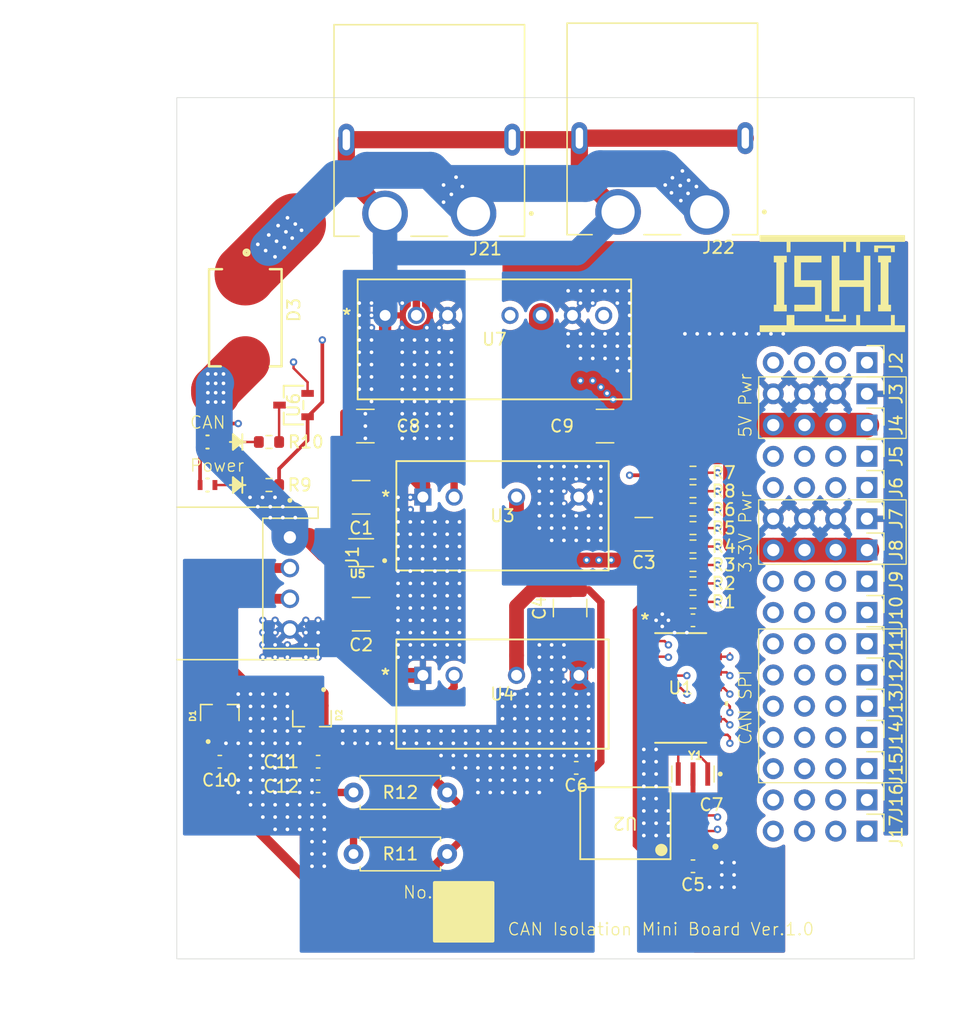
<source format=kicad_pcb>
(kicad_pcb (version 20241229) (generator "pcbnew") (generator_version "9.0")
  (title_block (title "CAN_Isolation_mini") (date "2025-09-15") (rev "Ver.1.0") (company "ISHI-Kai"))
  (layers (0 "F.Cu" signal) (4 "In1.Cu" signal) (6 "In2.Cu" signal) (2 "B.Cu" signal) (13 "F.Paste" user) (15 "B.Paste" user) (5 "F.SilkS" user "F.Silkscreen") (7 "B.SilkS" user "B.Silkscreen") (1 "F.Mask" user) (3 "B.Mask" user) (25 "Edge.Cuts" user))
  (net 0 "")
  (net 1 "BAT_12V")
  (net 2 "BAT_GND")
  (net 3 "GND_5VCAN")
  (net 4 "+5VCAN")
  (net 5 "CAN_H")
  (net 6 "CAN_L")
  (net 7 "Net-(C12-Pad1)")
  (net 14 "Net-(LED1-Pad1)")
  (net 15 "Net-(LED2-Pad1)")
  (net 16 "CAN_CS")
  (net 17 "CAN_SDO")
  (net 18 "CAN_SDI")
  (net 19 "CAN_SCK")
  (net 20 "CAN_GPIO0")
  (net 21 "CAN_GPIO1")
  (net 22 "CAN_CLK")
  (net 23 "CAN_INT")
  (net 24 "Net-(R10-Pad2)")
  (net 25 "Net-(U1-OSC2)")
  (net 26 "Net-(U1-OSC1)")
  (net 27 "Net-(U1-RXCAN)")
  (net 28 "Net-(U1-TXCAN)")
  (net 29 "CAN_LED")
  (net 50 "GND_VP")
  (net 51 "+3.3VP")
  (net 52 "+5VP")
  (net 59 "Net-(D3-PadC)")
  (footprint "CAN_Isolation:DIOM7959X250N" (layer "F.Cu") (at 94.234 75.692 -90)
    (property "Reference" "D3")
    (property "Value" "B520CQ-13-F")
  )
  (footprint "Capacitor_SMD:C_0603_1608Metric" (layer "F.Cu") (at 130.657095 100.294905)
    (property "Reference" "C7")
    (property "Value" "100n")
  )
  (footprint "Resistor_SMD:R_0603_1608Metric" (layer "F.Cu") (at 96.157095 89.294905)
    (property "Reference" "R9")
    (property "Value" "200")
  )
  (footprint "MountingHole:MountingHole_3.2mm_M3" (layer "F.Cu") (at 143.657095 62.785)
    (property "Reference" "REF**" (hide yes))
    (property "Value" "MountingHole_3.2mm_M3")
  )
  (footprint "CAN_Isolation:DWV0008A-IPC_A" (layer "F.Cu") (at 125.157095 116.794905 180)
    (property "Reference" "U2")
    (property "Value" "ISO1042QDWVRQ1")
  )
  (footprint "CAN_Isolation:PinHeader_1x04_P2.54mm_Vertical_noSilk" (layer "F.Cu") (at 144.81 89.5 -90)
    (property "Reference" "J6")
    (property "Value" "Conn_01x04_Pin")
  )
  (footprint "MountingHole:MountingHole_3.2mm_M3" (layer "F.Cu") (at 93.657095 122.794905)
    (property "Reference" "REF**" (hide yes))
    (property "Value" "MountingHole_3.2mm_M3")
  )
  (footprint "CAN_Isolation:PinHeader_1x04_P2.54mm_Vertical_noSilk" (layer "F.Cu") (at 144.81 81.88 -90)
    (property "Reference" "J3")
    (property "Value" "Conn_01x04_Pin")
  )
  (footprint "CAN_Isolation:ishikai_logo" (layer "F.Cu") (at 141.986 72.898)
    (property "Reference" "G***" (hide yes))
    (property "Value" "LOGO" (hide yes))
  )
  (footprint "CAN_Isolation:JST_S4B-XH-A" (layer "F.Cu") (at 92.157095 97.294905 -90)
    (property "Reference" "J1")
    (property "Value" "S4B-XH-A")
  )
  (footprint "Capacitor_SMD:C_0603_1608Metric" (layer "F.Cu") (at 92.157095 111.794905)
    (property "Reference" "C10")
    (property "Value" "47p")
  )
  (footprint "CAN_Isolation:PinHeader_1x04_P2.54mm_Vertical_noSilk" (layer "F.Cu") (at 144.81 94.58 -90)
    (property "Reference" "J8")
    (property "Value" "Conn_01x04_Pin")
  )
  (footprint "CAN_Isolation:PinHeader_1x04_P2.54mm_Vertical_noSilk" (layer "F.Cu") (at 144.81 102.2 -90)
    (property "Reference" "J11")
    (property "Value" "Conn_01x04_Pin")
  )
  (footprint "CAN_Isolation:PinHeader_1x04_P2.54mm_Vertical_noSilk" (layer "F.Cu") (at 144.81 117.44 -90)
    (property "Reference" "J17")
    (property "Value" "Conn_01x04_Pin")
  )
  (footprint "CAN_Isolation:SON65P200X200X80-7N" (layer "F.Cu") (at 103.657095 94.794905 180)
    (property "Reference" "U5")
    (property "Value" "TVS1800DRVR")
  )
  (footprint "CAN_Isolation:PinHeader_1x04_P2.54mm_Vertical_noSilk" (layer "F.Cu") (at 144.81 112.36 -90)
    (property "Reference" "J15")
    (property "Value" "Conn_01x04_Pin")
  )
  (footprint "CAN_Isolation:PinHeader_1x04_P2.54mm_Vertical_noSilk" (layer "F.Cu") (at 144.81 107.28 -90)
    (property "Reference" "J13")
    (property "Value" "Conn_01x04_Pin")
  )
  (footprint "Capacitor_SMD:C_1210_3225Metric" (layer "F.Cu") (at 103.657095 99.794905)
    (property "Reference" "C2")
    (property "Value" "22u")
  )
  (footprint "Resistor_THT:R_Axial_DIN0207_L6.3mm_D2.5mm_P7.62mm_Horizontal" (layer "F.Cu") (at 103.037095 114.294905)
    (property "Reference" "R12")
    (property "Value" "60.4")
  )
  (footprint "Capacitor_SMD:C_0603_1608Metric" (layer "F.Cu") (at 130.657095 120.294905)
    (property "Reference" "C5")
    (property "Value" "100n")
  )
  (footprint "CAN_Isolation:AMASS_XT60PW-F" (layer "F.Cu") (at 109.201 67.214 180)
    (property "Reference" "J21")
    (property "Value" "XT60PW-F")
  )
  (footprint "CAN_Isolation:TRANS_DTCZCAHZGT_ROM" (layer "F.Cu") (at 98.157095 82.794905 90)
    (property "Reference" "U6")
    (property "Value" "DTC114ECAHZGT116")
  )
  (footprint "CAN_Isolation:PinHeader_1x04_P2.54mm_Vertical_noSilk" (layer "F.Cu") (at 144.81 114.9 -90)
    (property "Reference" "J16")
    (property "Value" "Conn_01x04_Pin")
  )
  (footprint "CAN_Isolation:PinHeader_1x04_P2.54mm_Vertical_noSilk" (layer "F.Cu") (at 144.81 92.04 -90)
    (property "Reference" "J7")
    (property "Value" "Conn_01x04_Pin")
  )
  (footprint "Capacitor_SMD:C_0603_1608Metric" (layer "F.Cu") (at 100.157095 111.794905)
    (property "Reference" "C11")
    (property "Value" "47p")
  )
  (footprint "CAN_Isolation:SOT95P237X111-3N" (layer "F.Cu") (at 92.157095 107.794905 90)
    (property "Reference" "D1")
    (property "Value" "MMBZ27VCLT1G")
  )
  (footprint "CAN_Isolation:SMLD12EN1WT86" (layer "F.Cu") (at 91.157095 85.794905 180)
    (property "Reference" "LED2" (hide yes))
    (property "Value" "SMLD12EN1WT86")
  )
  (footprint "CAN_Isolation:PinHeader_1x04_P2.54mm_Vertical_noSilk" (layer "F.Cu") (at 144.81 99.66 -90)
    (property "Reference" "J10")
    (property "Value" "Conn_01x04_Pin")
  )
  (footprint "MountingHole:MountingHole_3.2mm_M3" (layer "F.Cu") (at 143.657095 122.794905)
    (property "Reference" "REF**" (hide yes))
    (property "Value" "MountingHole_3.2mm_M3")
  )
  (footprint "Capacitor_SMD:C_1210_3225Metric" (layer "F.Cu") (at 104 84.5)
    (property "Reference" "C8")
    (property "Value" "22u")
  )
  (footprint "CAN_Isolation:MGS3_COS" (layer "F.Cu") (at 108.680095 90.270905)
    (property "Reference" "U3")
    (property "Value" "MGS3123R3")
  )
  (footprint "CAN_Isolation:MGS3_COS" (layer "F.Cu") (at 108.680095 104.770905)
    (property "Reference" "U4")
    (property "Value" "MGS1R51205")
  )
  (footprint "CAN_Isolation:PinHeader_1x04_P2.54mm_Vertical_noSilk" (layer "F.Cu") (at 144.81 97.12 -90)
    (property "Reference" "J9")
    (property "Value" "Conn_01x04_Pin")
  )
  (footprint "Resistor_SMD:R_0603_1608Metric" (layer "F.Cu") (at 130.657095 92.794905)
    (property "Reference" "R5")
    (property "Value" "10k")
  )
  (footprint "Resistor_SMD:R_0603_1608Metric" (layer "F.Cu") (at 130.657095 95.794905)
    (property "Reference" "R3")
    (property "Value" "10k")
  )
  (footprint "CAN_Isolation:SOIC14_150MIL_SL_MCH" (layer "F.Cu") (at 129.657095 105.794905)
    (property "Reference" "U1")
    (property "Value" "MCP2518FDT-H/SL")
  )
  (footprint "CAN_Isolation:SMLD12EN1WT86" (layer "F.Cu") (at 91.157095 89.294905 180)
    (property "Reference" "LED1" (hide yes))
    (property "Value" "SMLD12EN1WT86")
  )
  (footprint "CAN_Isolation:SIP7_MGS10_COS" (layer "F.Cu") (at 105.61 75.5)
    (property "Reference" "U7")
    (property "Value" "MGS102405")
  )
  (footprint "Resistor_SMD:R_0603_1608Metric" (layer "F.Cu") (at 130.657095 97.294905)
    (property "Reference" "R2")
    (property "Value" "10k")
  )
  (footprint "Capacitor_SMD:C_1210_3225Metric" (layer "F.Cu") (at 103.657095 90.294905)
    (property "Reference" "C1")
    (property "Value" "22u")
  )
  (footprint "Capacitor_SMD:C_0603_1608Metric" (layer "F.Cu") (at 121.157095 112.294905 180)
    (property "Reference" "C6")
    (property "Value" "100n")
  )
  (footprint "Capacitor_SMD:C_0603_1608Metric" (layer "F.Cu") (at 100.157095 113.794905 180)
    (property "Reference" "C12")
    (property "Value" "4700p")
  )
  (footprint "Resistor_THT:R_Axial_DIN0207_L6.3mm_D2.5mm_P7.62mm_Horizontal" (layer "F.Cu") (at 110.657095 119.294905 180)
    (property "Reference" "R11")
    (property "Value" "60.4")
  )
  (footprint "Capacitor_SMD:C_1210_3225Metric" (layer "F.Cu") (at 126.657095 93.294905 180)
    (property "Reference" "C3")
    (property "Value" "22u")
  )
  (footprint "MountingHole:MountingHole_3.2mm_M3" (layer "F.Cu") (at 93.657095 62.794905)
    (property "Reference" "REF**" (hide yes))
    (property "Value" "MountingHole_3.2mm_M3")
  )
  (footprint "CAN_Isolation:PinHeader_1x04_P2.54mm_Vertical_noSilk" (layer "F.Cu") (at 144.81 79.34 -90)
    (property "Reference" "J2")
    (property "Value" "Conn_01x04_Pin")
  )
  (footprint "CAN_Isolation:PinHeader_1x04_P2.54mm_Vertical_noSilk" (layer "F.Cu") (at 144.81 86.96 -90)
    (property "Reference" "J5")
    (property "Value" "Conn_01x04_Pin")
  )
  (footprint "CAN_Isolation:OSC_CSTNE20M0V530000R0" (layer "F.Cu") (at 130.657095 112.794905 180)
    (property "Reference" "Y1")
    (property "Value" "CSTNE20M0V530000R0")
  )
  (footprint "Capacitor_SMD:C_1210_3225Metric" (layer "F.Cu") (at 120.657095 99.294905 -90)
    (property "Reference" "C4")
    (property "Value" "22u")
  )
  (footprint "Capacitor_SMD:C_1210_3225Metric" (layer "F.Cu") (at 123.5 84.5 180)
    (property "Reference" "C9")
    (property "Value" "22u")
  )
  (footprint "CAN_Isolation:SOT95P237X111-3N" (layer "F.Cu") (at 99.657095 108.294905 -90)
    (property "Reference" "D2")
    (property "Value" "MMBZ27VCLT1G")
  )
  (footprint "CAN_Isolation:PinHeader_1x04_P2.54mm_Vertical_noSilk" (layer "F.Cu") (at 144.81 109.82 -90)
    (property "Reference" "J14")
    (property "Value" "Conn_01x04_Pin")
  )
  (footprint "CAN_Isolation:PinHeader_1x04_P2.54mm_Vertical_noSilk" (layer "F.Cu") (at 144.81 84.42 -90)
    (property "Reference" "J4")
    (property "Value" "Conn_01x04_Pin")
  )
  (footprint "CAN_Isolation:PinHeader_1x04_P2.54mm_Vertical_noSilk" (layer "F.Cu") (at 144.81 104.74 -90)
    (property "Reference" "J12")
    (property "Value" "Conn_01x04_Pin")
  )
  (footprint "Resistor_SMD:R_0603_1608Metric" (layer "F.Cu") (at 96.157095 85.794905)
    (property "Reference" "R10")
    (property "Value" "200")
  )
  (footprint "Resistor_SMD:R_0603_1608Metric" (layer "F.Cu") (at 130.657095 91.294905)
    (property "Reference" "R6")
    (property "Value" "10k")
  )
  (footprint "Resistor_SMD:R_0603_1608Metric" (layer "F.Cu") (at 130.657095 98.794905)
    (property "Reference" "R1")
    (property "Value" "10k")
  )
  (footprint "Resistor_SMD:R_0603_1608Metric" (layer "F.Cu") (at 130.657095 88.294905)
    (property "Reference" "R7")
    (property "Value" "10k")
  )
  (footprint "Resistor_SMD:R_0603_1608Metric" (layer "F.Cu") (at 130.657095 89.794905)
    (property "Reference" "R8")
    (property "Value" "10k")
  )
  (footprint "CAN_Isolation:AMASS_XT60PW-F" (layer "F.Cu") (at 128.162 67.087 180)
    (property "Reference" "J22")
    (property "Value" "XT60PW-F")
  )
  (footprint "Resistor_SMD:R_0603_1608Metric" (layer "F.Cu") (at 130.657095 94.294905)
    (property "Reference" "R4")
    (property "Value" "10k")
  )
  (gr_rect (start 136 90.5) (end 148 95.74) (stroke (width 0.1)) (fill no) (layer "F.SilkS"))
  (gr_rect (start 136 101) (end 148 113.5) (stroke (width 0.1)) (fill no) (layer "F.SilkS"))
  (gr_rect (start 136 80.5) (end 148 85.5) (stroke (width 0.1)) (fill no) (layer "F.SilkS"))
  (gr_rect (start 88.657095 57.794905) (end 148.657095 127.827905) (stroke (width 0.05)) (fill no) (layer "Edge.Cuts"))
  (gr_text "CAN SPI" (at 135.5 110.5 90) (layer "F.SilkS") (effects (font (size 1 1) (thickness 0.1)) (justify left bottom)))
  (gr_text "No." (at 107 123 0) (layer "F.SilkS") (effects (font (size 1 1) (thickness 0.1)) (justify left bottom)))
  (gr_text "CAN Isolation Mini Board Ver.1.0" (at 115.5 126 0) (layer "F.SilkS") (effects (font (size 1 1) (thickness 0.1)) (justify left bottom)))
  (gr_text "3.3V Pwr" (at 135.5 96.5 90) (layer "F.SilkS") (effects (font (size 1 1) (thickness 0.1)) (justify left bottom)))
  (gr_text "CAN" (at 89.657095 84.794905 0) (layer "F.SilkS") (effects (font (size 1 1) (thickness 0.1)) (justify left bottom)))
  (gr_text "Power" (at 89.657095 88.294905 0) (layer "F.SilkS") (effects (font (size 1 1) (thickness 0.1)) (justify left bottom)))
  (gr_text "5V Pwr" (at 135.5 85.5 90) (layer "F.SilkS") (effects (font (size 1 1) (thickness 0.1)) (justify left bottom)))
  (segment (start 102.525 86.427) (end 102.525 84.5) (width 0.6) (layer "F.Cu") (net 1))
  (segment (start 102.182095 102.819905) (end 106.157095 106.794905) (width 0.6) (layer "F.Cu") (net 1))
  (segment (start 102.525 84.5) (end 102.525 73.975) (width 0.6) (layer "F.Cu") (net 1))
  (segment (start 103 73.5) (end 107.5 73.5) (width 0.6) (layer "F.Cu") (net 1))
  (segment (start 97.857095 93.544905) (end 99.407095 93.544905) (width 1.5) (layer "F.Cu") (net 1))
  (segment (start 102.637095 94.144905) (end 102.637095 95.444905) (width 0.6) (layer "F.Cu") (net 1))
  (segment (start 111.220095 105.731905) (end 111.220095 104.770905) (width 0.6) (layer "F.Cu") (net 1))
  (segment (start 108.15 74.15) (end 108.15 75.5) (width 0.6) (layer "F.Cu") (net 1))
  (segment (start 91.821 81.605) (end 94.234 79.192) (width 4) (layer "F.Cu") (net 1))
  (segment (start 110.157095 106.794905) (end 111.220095 105.731905) (width 0.6) (layer "F.Cu") (net 1))
  (segment (start 102.182095 99.794905) (end 102.182095 102.819905) (width 0.6) (layer "F.Cu") (net 1))
  (segment (start 110.86219 86.5) (end 111.220095 86.857905) (width 0.6) (layer "F.Cu") (net 1))
  (segment (start 102.637095 95.444905) (end 102.637095 96.864905) (width 0.6) (layer "F.Cu") (net 1))
  (segment (start 102.182095 97.319905) (end 102.182095 99.794905) (width 0.6) (layer "F.Cu") (net 1))
  (segment (start 100.657095 94.794905) (end 102.206095 94.794905) (width 1.5) (layer "F.Cu") (net 1))
  (segment (start 102.182095 86.769905) (end 102.525 86.427) (width 0.6) (layer "F.Cu") (net 1))
  (segment (start 107.5 73.5) (end 108.15 74.15) (width 0.6) (layer "F.Cu") (net 1))
  (segment (start 102.452 86.5) (end 110.86219 86.5) (width 0.6) (layer "F.Cu") (net 1))
  (segment (start 99.407095 93.544905) (end 100.657095 94.794905) (width 1.5) (layer "F.Cu") (net 1))
  (segment (start 102.182095 90.294905) (end 102.182095 86.769905) (width 0.6) (layer "F.Cu") (net 1))
  (segment (start 102.182095 86.769905) (end 102.452 86.5) (width 0.6) (layer "F.Cu") (net 1))
  (segment (start 102.637095 96.864905) (end 102.182095 97.319905) (width 0.6) (layer "F.Cu") (net 1))
  (segment (start 91.821 81.788) (end 91.821 81.605) (width 4) (layer "F.Cu") (net 1))
  (segment (start 102.525 73.975) (end 103 73.5) (width 0.6) (layer "F.Cu") (net 1))
  (segment (start 102.637095 92.814905) (end 102.182095 92.359905) (width 0.6) (layer "F.Cu") (net 1))
  (segment (start 102.637095 94.144905) (end 102.637095 92.814905) (width 0.6) (layer "F.Cu") (net 1))
  (segment (start 106.157095 106.794905) (end 110.157095 106.794905) (width 0.6) (layer "F.Cu") (net 1))
  (segment (start 102.182095 92.359905) (end 102.182095 90.294905) (width 0.6) (layer "F.Cu") (net 1))
  (segment (start 111.220095 86.857905) (end 111.220095 90.270905) (width 0.6) (layer "F.Cu") (net 1))
  (via (at 97.282 91.948) (size 0.6) (drill 0.3) (layers "F.Cu" "B.Cu") (net 1))
  (via (at 91.821 81.788) (size 0.6) (drill 0.3) (layers "F.Cu" "B.Cu") (net 1))
  (via (at 91.186 80.264) (size 0.6) (drill 0.3) (layers "F.Cu" "B.Cu") (net 1))
  (via (at 97.282 91.059) (size 0.6) (drill 0.3) (layers "F.Cu" "B.Cu") (net 1))
  (via (at 91.186 81.026) (size 0.6) (drill 0.3) (layers "F.Cu" "B.Cu") (net 1))
  (via (at 91.821 81.026) (size 0.6) (drill 0.3) (layers "F.Cu" "B.Cu") (net 1))
  (via (at 91.821 80.264) (size 0.6) (drill 0.3) (layers "F.Cu" "B.Cu") (net 1))
  (via (at 92.456 82.55) (size 0.6) (drill 0.3) (layers "F.Cu" "B.Cu") (net 1))
  (via (at 91.186 82.55) (size 0.6) (drill 0.3) (layers "F.Cu" "B.Cu") (net 1))
  (via (at 96.647 90.297) (size 0.6) (drill 0.3) (layers "F.Cu" "B.Cu") (net 1))
  (via (at 92.456 81.788) (size 0.6) (drill 0.3) (layers "F.Cu" "B.Cu") (net 1))
  (via (at 91.186 81.788) (size 0.6) (drill 0.3) (layers "F.Cu" "B.Cu") (net 1))
  (via (at 91.821 82.55) (size 0.6) (drill 0.3) (layers "F.Cu" "B.Cu") (net 1))
  (via (at 96.266 91.948) (size 0.6) (drill 0.3) (layers "F.Cu" "B.Cu") (net 1))
  (via (at 94.615 90.297) (size 0.6) (drill 0.3) (layers "F.Cu" "B.Cu") (net 1))
  (via (at 95.25 91.059) (size 0.6) (drill 0.3) (layers "F.Cu" "B.Cu") (net 1))
  (via (at 95.631 90.297) (size 0.6) (drill 0.3) (layers "F.Cu" "B.Cu") (net 1))
  (via (at 98.298 91.948) (size 0.6) (drill 0.3) (layers "F.Cu" "B.Cu") (net 1))
  (via (at 96.266 91.059) (size 0.6) (drill 0.3) (layers "F.Cu" "B.Cu") (net 1))
  (via (at 92.456 80.264) (size 0.6) (drill 0.3) (layers "F.Cu" "B.Cu") (net 1))
  (via (at 92.456 81.026) (size 0.6) (drill 0.3) (layers "F.Cu" "B.Cu") (net 1))
  (segment (start 97.595905 92.134905) (end 91.703695 86.242695) (width 3) (layer "B.Cu") (net 1))
  (segment (start 97.857095 93.544905) (end 97.857095 92.134905) (width 3) (layer "B.Cu") (net 1))
  (segment (start 91.703695 81.143305) (end 91.821 81.026) (width 3) (layer "B.Cu") (net 1))
  (segment (start 97.857095 92.134905) (end 97.595905 92.134905) (width 3) (layer "B.Cu") (net 1))
  (segment (start 91.703695 86.242695) (end 91.703695 81.143305) (width 3) (layer "B.Cu") (net 1))
  (segment (start 121.412 61.087) (end 134.912 61.087) (width 1.4) (layer "F.Cu") (net 2))
  (segment (start 102.451 61.214) (end 102.451 64.064) (width 1.4) (layer "F.Cu") (net 2))
  (segment (start 104.307095 94.144905) (end 103.657095 94.794905) (width 0.4) (layer "F.Cu") (net 2))
  (segment (start 115.951 61.214) (end 121.285 61.214) (width 1.4) (layer "F.Cu") (net 2))
  (segment (start 105.132095 97.319905) (end 104.677095 96.864905) (width 1.2) (layer "F.Cu") (net 2))
  (segment (start 102.451 61.214) (end 115.951 61.214) (width 1.4) (layer "F.Cu") (net 2))
  (segment (start 104.677095 94.144905) (end 104.677095 95.444905) (width 1.2) (layer "F.Cu") (net 2))
  (segment (start 104.677095 94.794905) (end 103.657095 94.794905) (width 0.4) (layer "F.Cu") (net 2))
  (segment (start 104.677095 94.144905) (end 104.677095 94.794905) (width 1.1) (layer "F.Cu") (net 2))
  (segment (start 105.132095 103.769905) (end 106.133095 104.770905) (width 1.2) (layer "F.Cu") (net 2))
  (segment (start 105.132095 88.819905) (end 105.657095 88.294905) (width 1.2) (layer "F.Cu") (net 2))
  (segment (start 104.677095 93.224905) (end 104.677095 94.144905) (width 1.2) (layer "F.Cu") (net 2))
  (segment (start 121.412 63.937) (end 124.562 67.087) (width 1.4) (layer "F.Cu") (net 2))
  (segment (start 107.657095 88.294905) (end 108.680095 89.317905) (width 1.2) (layer "F.Cu") (net 2))
  (segment (start 104.677095 94.794905) (end 104.677095 95.444905) (width 1.1) (layer "F.Cu") (net 2))
  (segment (start 105.132095 99.794905) (end 105.132095 103.769905) (width 1.2) (layer "F.Cu") (net 2))
  (segment (start 97.857095 101.044905) (end 97.857095 101.094905) (width 0.4) (layer "F.Cu") (net 2))
  (segment (start 105.132095 97.319905) (end 105.132095 99.794905) (width 1.2) (layer "F.Cu") (net 2))
  (segment (start 102.451 64.064) (end 105.601 67.214) (width 1.4) (layer "F.Cu") (net 2))
  (segment (start 121.285 61.214) (end 121.412 61.087) (width 1.4) (layer "F.Cu") (net 2))
  (segment (start 104.677095 95.444905) (end 104.307095 95.444905) (width 0.4) (layer "F.Cu") (net 2))
  (segment (start 104.307095 95.444905) (end 103.657095 94.794905) (width 0.4) (layer "F.Cu") (net 2))
  (segment (start 108.680095 89.317905) (end 108.680095 90.270905) (width 1.2) (layer "F.Cu") (net 2))
  (segment (start 105.132095 92.769905) (end 104.677095 93.224905) (width 1.2) (layer "F.Cu") (net 2))
  (segment (start 104.677095 94.144905) (end 104.307095 94.144905) (width 0.4) (layer "F.Cu") (net 2))
  (segment (start 121.412 61.087) (end 121.412 63.937) (width 1.4) (layer "F.Cu") (net 2))
  (segment (start 105.132095 92.769905) (end 105.132095 90.294905) (width 1.2) (layer "F.Cu") (net 2))
  (segment (start 104.677095 96.864905) (end 104.677095 95.444905) (width 1.2) (layer "F.Cu") (net 2))
  (segment (start 105.61 75.5) (end 105.61 84.365) (width 1) (layer "F.Cu") (net 2))
  (segment (start 105.657095 88.294905) (end 107.657095 88.294905) (width 1.2) (layer "F.Cu") (net 2))
  (segment (start 106.133095 104.770905) (end 108.680095 104.770905) (width 1.2) (layer "F.Cu") (net 2))
  (segment (start 105.132095 90.294905) (end 105.132095 88.819905) (width 1.2) (layer "F.Cu") (net 2))
  (via (at 110.657095 94.270905) (size 0.6) (drill 0.3) (layers "F.Cu" "B.Cu") (net 2))
  (via (at 109.657095 99.294905) (size 0.6) (drill 0.3) (layers "F.Cu" "B.Cu") (net 2))
  (via (at 107.657095 92.294905) (size 0.6) (drill 0.3) (layers "F.Cu" "B.Cu") (net 2))
  (via (at 111.657095 94.294905) (size 0.6) (drill 0.3) (layers "F.Cu" "B.Cu") (net 2))
  (via (at 106.657095 98.294905) (size 0.6) (drill 0.3) (layers "F.Cu" "B.Cu") (net 2))
  (via (at 108 84.5) (size 0.6) (drill 0.3) (layers "F.Cu" "B.Cu") (net 2))
  (via (at 99.157095 101.294905) (size 0.6) (drill 0.3) (layers "F.Cu" "B.Cu") (net 2))
  (via (at 108.657095 95.294905) (size 0.6) (drill 0.3) (layers "F.Cu" "B.Cu") (net 2))
  (via (at 110 76.5) (size 0.6) (drill 0.3) (layers "F.Cu" "B.Cu") (net 2))
  (via (at 107.657095 90.294905) (size 0.6) (drill 0.3) (layers "F.Cu" "B.Cu") (net 2))
  (via (at 106.657095 95.294905) (size 0.6) (drill 0.3) (layers "F.Cu" "B.Cu") (net 2))
  (via (at 106.657095 94.294905) (size 0.6) (drill 0.3) (layers "F.Cu" "B.Cu") (net 2))
  (via (at 107 80.5) (size 0.6) (drill 0.3) (layers "F.Cu" "B.Cu") (net 2))
  (via (at 111 83.5) (size 0.6) (drill 0.3) (layers "F.Cu" "B.Cu") (net 2))
  (via (at 109.657095 95.294905) (size 0.6) (drill 0.3) (layers "F.Cu" "B.Cu") (net 2))
  (via (at 107.657095 97.294905) (size 0.6) (drill 0.3) (layers "F.Cu" "B.Cu") (net 2))
  (via (at 108.657095 100.294905) (size 0.6) (drill 0.3) (layers "F.Cu" "B.Cu") (net 2))
  (via (at 111 80.5) (size 0.6) (drill 0.3) (layers "F.Cu" "B.Cu") (net 2))
  (via (at 103.5 79.5) (size 0.6) (drill 0.3) (layers "F.Cu" "B.Cu") (net 2))
  (via (at 103.5 77.5) (size 0.6) (drill 0.3) (layers "F.Cu" "B.Cu") (net 2))
  (via (at 99.157095 102.294905) (size 0.6) (drill 0.3) (layers "F.Cu" "B.Cu") (net 2))
  (via (at 108.657095 92.294905) (size 0.6) (drill 0.3) (layers "F.Cu" "B.Cu") (net 2))
  (via (at 95.657095 100.294905) (size 0.6) (drill 0.3) (layers "F.Cu" "B.Cu") (net 2))
  (via (at 109.657095 102.294905) (size 0.6) (drill 0.3) (layers "F.Cu" "B.Cu") (net 2))
  (via (at 108.657095 93.294905) (size 0.6) (drill 0.3) (layers "F.Cu" "B.Cu") (net 2))
  (via (at 107.657095 103.294905) (size 0.6) (drill 0.3) (layers "F.Cu" "B.Cu") (net 2))
  (via (at 100.157095 100.294905) (size 0.6) (drill 0.3) (layers "F.Cu" "B.Cu") (net 2))
  (via (at 106.657095 90.294905) (size 0.6) (drill 0.3) (layers "F.Cu" "B.Cu") (net 2))
  (via (at 109.657095 101.294905) (size 0.6) (drill 0.3) (layers "F.Cu" "B.Cu") (net 2))
  (via (at 107.657095 93.294905) (size 0.6) (drill 0.3) (layers "F.Cu" "B.Cu") (net 2))
  (via (at 96.657095 103.294905) (size 0.6) (drill 0.3) (layers "F.Cu" "B.Cu") (net 2))
  (via (at 97.657095 102.294905) (size 0.6) (drill 0.3) (layers "F.Cu" "B.Cu") (net 2))
  (via (at 106.657095 97.294905) (size 0.6) (drill 0.3) (layers "F.Cu" "B.Cu") (net 2))
  (via (at 110 84.5) (size 0.6) (drill 0.3) (layers "F.Cu" "B.Cu") (net 2))
  (via (at 108.657095 102.294905) (size 0.6) (drill 0.3) (layers "F.Cu" "B.Cu") (net 2))
  (via (at 107 79.5) (size 0.6) (drill 0.3) (layers "F.Cu" "B.Cu") (net 2))
  (via (at 108.657095 103.294905) (size 0.6) (drill 0.3) (layers "F.Cu" "B.Cu") (net 2))
  (via (at 107 84.5) (size 0.6) (drill 0.3) (layers "F.Cu" "B.Cu") (net 2))
  (via (at 103.5 80.5) (size 0.6) (drill 0.3) (layers "F.Cu" "B.Cu") (net 2))
  (via (at 110.657095 97.294905) (size 0.6) (drill 0.3) (layers "F.Cu" "B.Cu") (net 2))
  (via (at 109 84.5) (size 0.6) (drill 0.3) (layers "F.Cu" "B.Cu") (net 2))
  (via (at 110.657095 93.294905) (size 0.6) (drill 0.3) (layers "F.Cu" "B.Cu") (net 2))
  (via (at 108 79.5) (size 0.6) (drill 0.3) (layers "F.Cu" "B.Cu") (net 2))
  (via (at 95.657095 103.294905) (size 0.6) (drill 0.3) (layers "F.Cu" "B.Cu") (net 2))
  (via (at 107 85.5) (size 0.6) (drill 0.3) (layers "F.Cu" "B.Cu") (net 2))
  (via (at 108 85.5) (size 0.6) (drill 0.3) (layers "F.Cu" "B.Cu") (net 2))
  (via (at 110 85.5) (size 0.6) (drill 0.3) (layers "F.Cu" "B.Cu") (net 2))
  (via (at 108.657095 96.294905) (size 0.6) (drill 0.3) (layers "F.Cu" "B.Cu") (net 2))
  (via (at 104 84.5) (size 0.6) (drill 0.3) (layers "F.Cu" "B.Cu") (net 2))
  (via (at 111.657095 99.294905) (size 0.6) (drill 0.3) (layers "F.Cu" "B.Cu") (net 2))
  (via (at 95.657095 101.294905) (size 0.6) (drill 0.3) (layers "F.Cu" "B.Cu") (net 2))
  (via (at 109 78.5) (size 0.6) (drill 0.3) (layers "F.Cu" "B.Cu") (net 2))
  (via (at 110.657095 100.294905) (size 0.6) (drill 0.3) (layers "F.Cu" "B.Cu") (net 2))
  (via (at 96.657095 102.294905) (size 0.6) (drill 0.3) (layers "F.Cu" "B.Cu") (net 2))
  (via (at 108 78.5) (size 0.6) (drill 0.3) (layers "F.Cu" "B.Cu") (net 2))
  (via (at 104.5 80.5) (size 0.6) (drill 0.3) (layers "F.Cu" "B.Cu") (net 2))
  (via (at 111.657095 100.294905) (size 0.6) (drill 0.3) (layers "F.Cu" "B.Cu") (net 2))
  (via (at 110 81.5) (size 0.6) (drill 0.3) (layers "F.Cu" "B.Cu") (net 2))
  (via (at 109.657095 100.294905) (size 0.6) (drill 0.3) (layers "F.Cu" "B.Cu") (net 2))
  (via (at 110 78.5) (size 0.6) (drill 0.3) (layers "F.Cu" "B.Cu") (net 2))
  (via (at 111.657095 93.294905) (size 0.6) (drill 0.3) (layers "F.Cu" "B.Cu") (net 2))
  (via (at 107.657095 99.294905) (size 0.6) (drill 0.3) (layers "F.Cu" "B.Cu") (net 2))
  (via (at 108.657095 98.294905) (size 0.6) (drill 0.3) (layers "F.Cu" "B.Cu") (net 2))
  (via (at 104.5 77.5) (size 0.6) (drill 0.3) (layers "F.Cu" "B.Cu") (net 2))
  (via (at 108.657095 97.294905) (size 0.6) (drill 0.3) (layers "F.Cu" "B.Cu") (net 2))
  (via (at 110 77.5) (size 0.6) (drill 0.3) (layers "F.Cu" "B.Cu") (net 2))
  (via (at 109.657095 98.294905) (size 0.6) (drill 0.3) (layers "F.Cu" "B.Cu") (net 2))
  (via (at 110.657095 95.294905) (size 0.6) (drill 0.3) (layers "F.Cu" "B.Cu") (net 2))
  (via (at 107.657095 95.294905) (size 0.6) (drill 0.3) (layers "F.Cu" "B.Cu") (net 2))
  (via (at 109 85.5) (size 0.6) (drill 0.3) (layers "F.Cu" "B.Cu") (net 2))
  (via (at 108 82.5) (size 0.6) (drill 0.3) (layers "F.Cu" "B.Cu") (net 2))
  (via (at 111 85.5) (size 0.6) (drill 0.3) (layers "F.Cu" "B.Cu") (net 2))
  (via (at 111 84.5) (size 0.6) (drill 0.3) (layers "F.Cu" "B.Cu") (net 2))
  (via (at 103.5 78.5) (size 0.6) (drill 0.3) (layers "F.Cu" "B.Cu") (net 2))
  (via (at 99.157095 100.294905) (size 0.6) (drill 0.3) (layers "F.Cu" "B.Cu") (net 2))
  (via (at 110 83.5) (size 0.6) (drill 0.3) (layers "F.Cu" "B.Cu") (net 2))
  (via (at 104.5 75.5) (size 0.6) (drill 0.3) (layers "F.Cu" "B.Cu") (net 2))
  (via (at 107 74.5) (size 0.6) (drill 0.3) (layers "F.Cu" "B.Cu") (net 2))
  (via (at 106.657095 100.294905) (size 0.6) (drill 0.3) (layers "F.Cu" "B.Cu") (net 2))
  (via (at 111.657095 95.294905) (size 0.6) (drill 0.3) (layers "F.Cu" "B.Cu") (net 2))
  (via (at 109 83.5) (size 0.6) (drill 0.3) (layers "F.Cu" "B.Cu") (net 2))
  (via (at 96.657095 100.294905) (size 0.6) (drill 0.3) (layers "F.Cu" "B.Cu") (net 2))
  (via (at 104 85.5) (size 0.6) (drill 0.3) (layers "F.Cu" "B.Cu") (net 2))
  (via (at 103.5 74.5) (size 0.6) (drill 0.3) (layers "F.Cu" "B.Cu") (net 2))
  (via (at 108.657095 94.294905) (size 0.6) (drill 0.3) (layers "F.Cu" "B.Cu") (net 2))
  (via (at 111.657095 102.294905) (size 0.6) (drill 0.3) (layers "F.Cu" "B.Cu") (net 2))
  (via (at 108.657095 101.294905) (size 0.6) (drill 0.3) (layers "F.Cu" "B.Cu") (net 2))
  (via (at 109 77.5) (size 0.6) (drill 0.3) (layers "F.Cu" "B.Cu") (net 2))
  (via (at 107.657095 100.294905) (size 0.6) (drill 0.3) (layers "F.Cu" "B.Cu") (net 2))
  (via (at 106.657095 92.294905) (size 0.6) (drill 0.3) (layers "F.Cu" "B.Cu") (net 2))
  (via (at 109.657095 93.294905) (size 0.6) (drill 0.3) (layers "F.Cu" "B.Cu") (net 2))
  (via (at 109.657095 92.294905) (size 0.6) (drill 0.3) (layers "F.Cu" "B.Cu") (net 2))
  (via (at 100.157095 101.294905) (size 0.6) (drill 0.3) (layers "F.Cu" "B.Cu") (net 2))
  (via (at 109.657095 103.294905) (size 0.6) (drill 0.3) (layers "F.Cu" "B.Cu") (net 2))
  (via (at 107.657095 101.294905) (size 0.6) (drill 0.3) (layers "F.Cu" "B.Cu") (net 2))
  (via (at 111.657095 92.294905) (size 0.6) (drill 0.3) (layers "F.Cu" "B.Cu") (net 2))
  (via (at 104 83.5) (size 0.6) (drill 0.3) (layers "F.Cu" "B.Cu") (net 2))
  (via (at 111 82.5) (size 0.6) (drill 0.3) (layers "F.Cu" "B.Cu") (net 2))
  (via (at 107.657095 102.294905) (size 0.6) (drill 0.3) (layers "F.Cu" "B.Cu") (net 2))
  (via (at 107 78.5) (size 0.6) (drill 0.3) (layers "F.Cu" "B.Cu") (net 2))
  (via (at 109 80.5) (size 0.6) (drill 0.3) (layers "F.Cu" "B.Cu") (net 2))
  (via (at 103.5 75.5) (size 0.6) (drill 0.3) (layers "F.Cu" "B.Cu") (net 2))
  (via (at 109.657095 97.294905) (size 0.6) (drill 0.3) (layers "F.Cu" "B.Cu") (net 2))
  (via (at 109 81.5) (size 0.6) (drill 0.3) (layers "F.Cu" "B.Cu") (net 2))
  (via (at 104.5 79.5) (size 0.6) (drill 0.3) (layers "F.Cu" "B.Cu") (net 2))
  (via (at 110.657095 101.294905) (size 0.6) (drill 0.3) (layers "F.Cu" "B.Cu") (net 2))
  (via (at 109 76.5) (size 0.6) (drill 0.3) (layers "F.Cu" "B.Cu") (net 2))
  (via (at 110.657095 99.294905) (size 0.6) (drill 0.3) (layers "F.Cu" "B.Cu") (net 2))
  (via (at 110 80.5) (size 0.6) (drill 0.3) (layers "F.Cu" "B.Cu") (net 2))
  (via (at 104.5 81.5) (size 0.6) (drill 0.3) (layers "F.Cu" "B.Cu") (net 2))
  (via (at 96.657095 101.294905) (size 0.6) (drill 0.3) (layers "F.Cu" "B.Cu") (net 2))
  (via (at 104.5 76.5) (size 0.6) (drill 0.3) (layers "F.Cu" "B.Cu") (net 2))
  (via (at 107 77.5) (size 0.6) (drill 0.3) (layers "F.Cu" "B.Cu") (net 2))
  (via (at 104.5 78.5) (size 0.6) (drill 0.3) (layers "F.Cu" "B.Cu") (net 2))
  (via (at 110.657095 92.294905) (size 0.6) (drill 0.3) (layers "F.Cu" "B.Cu") (net 2))
  (via (at 111 79.5) (size 0.6) (drill 0.3) (layers "F.Cu" "B.Cu") (net 2))
  (via (at 99.157095 103.294905) (size 0.6) (drill 0.3) (layers "F.Cu" "B.Cu") (net 2))
  (via (at 110.657095 96.294905) (size 0.6) (drill 0.3) (layers "F.Cu" "B.Cu") (net 2))
  (via (at 107.657095 98.294905) (size 0.6) (drill 0.3) (layers "F.Cu" "B.Cu") (net 2))
  (via (at 109.657095 94.294905) (size 0.6) (drill 0.3) (layers "F.Cu" "B.Cu") (net 2))
  (via (at 110 79.5) (size 0.6) (drill 0.3) (layers "F.Cu" "B.Cu") (net 2))
  (via (at 95.657095 102.294905) (size 0.6) (drill 0.3) (layers "F.Cu" "B.Cu") (net 2))
  (via (at 111.657095 103.294905) (size 0.6) (drill 0.3) (layers "F.Cu" "B.Cu") (net 2))
  (via (at 111 77.5) (size 0.6) (drill 0.3) (layers "F.Cu" "B.Cu") (net 2))
  (via (at 106.657095 102.294905) (size 0.6) (drill 0.3) (layers "F.Cu" "B.Cu") (net 2))
  (via (at 110.657095 102.294905) (size 0.6) (drill 0.3) (layers "F.Cu" "B.Cu") (net 2))
  (via (at 109 79.5) (size 0.6) (drill 0.3) (layers "F.Cu" "B.Cu") (net 2))
  (via (at 111.657095 98.294905) (size 0.6) (drill 0.3) (layers "F.Cu" "B.Cu") (net 2))
  (via (at 110.657095 98.294905) (size 0.6) (drill 0.3) (layers "F.Cu" "B.Cu") (net 2))
  (via (at 106.657095 99.294905) (size 0.6) (drill 0.3) (layers "F.Cu" "B.Cu") (net 2))
  (via (at 107.657095 94.294905) (size 0.6) (drill 0.3) (layers "F.Cu" "B.Cu") (net 2))
  (via (at 108 81.5) (size 0.6) (drill 0.3) (layers "F.Cu" "B.Cu") (net 2))
  (via (at 107 82.5) (size 0.6) (drill 0.3) (layers "F.Cu" "B.Cu") (net 2))
  (via (at 104.5 82.5) (size 0.6) (drill 0.3) (layers "F.Cu" "B.Cu") (net 2))
  (via (at 111.657095 101.294905) (size 0.6) (drill 0.3) (layers "F.Cu" "B.Cu") (net 2))
  (via (at 104.5 74.5) (size 0.6) (drill 0.3) (layers "F.Cu" "B.Cu") (net 2))
  (via (at 107 83.5) (size 0.6) (drill 0.3) (layers "F.Cu" "B.Cu") (net 2))
  (via (at 108.657095 99.294905) (size 0.6) (drill 0.3) (layers "F.Cu" "B.Cu") (net 2))
  (via (at 111.657095 97.294905) (size 0.6) (drill 0.3) (layers "F.Cu" "B.Cu") (net 2))
  (via (at 106.657095 101.294905) (size 0.6) (drill 0.3) (layers "F.Cu" "B.Cu") (net 2))
  (via (at 108 77.5) (size 0.6) (drill 0.3) (layers "F.Cu" "B.Cu") (net 2))
  (via (at 106.657095 103.294905) (size 0.6) (drill 0.3) (layers "F.Cu" "B.Cu") (net 2))
  (via (at 109.657095 96.294905) (size 0.6) (drill 0.3) (layers "F.Cu" "B.Cu") (net 2))
  (via (at 110 82.5) (size 0.6) (drill 0.3) (layers "F.Cu" "B.Cu") (net 2))
  (via (at 100.157095 103.294905) (size 0.6) (drill 0.3) (layers "F.Cu" "B.Cu") (net 2))
  (via (at 111 81.5) (size 0.6) (drill 0.3) (layers "F.Cu" "B.Cu") (net 2))
  (via (at 107.657095 91.294905) (size 0.6) (drill 0.3) (layers "F.Cu" "B.Cu") (net 2))
  (via (at 110.657095 103.294905) (size 0.6) (drill 0.3) (layers "F.Cu" "B.Cu") (net 2))
  (via (at 106.657095 96.294905) (size 0.6) (drill 0.3) (layers "F.Cu" "B.Cu") (net 2))
  (via (at 97.657095 103.294905) (size 0.6) (drill 0.3) (layers "F.Cu" "B.Cu") (net 2))
  (via (at 103.5 81.5) (size 0.6) (drill 0.3) (layers "F.Cu" "B.Cu") (net 2))
  (via (at 111.657095 96.294905) (size 0.6) (drill 0.3) (layers "F.Cu" "B.Cu") (net 2))
  (via (at 108 80.5) (size 0.6) (drill 0.3) (layers "F.Cu" "B.Cu") (net 2))
  (via (at 106.657095 93.294905) (size 0.6) (drill 0.3) (layers "F.Cu" "B.Cu") (net 2))
  (via (at 103.5 76.5) (size 0.6) (drill 0.3) (layers "F.Cu" "B.Cu") (net 2))
  (via (at 111 78.5) (size 0.6) (drill 0.3) (layers "F.Cu" "B.Cu") (net 2))
  (via (at 108 83.5) (size 0.6) (drill 0.3) (layers "F.Cu" "B.Cu") (net 2))
  (via (at 107 76.5) (size 0.6) (drill 0.3) (layers "F.Cu" "B.Cu") (net 2))
  (via (at 107.657095 96.294905) (size 0.6) (drill 0.3) (layers "F.Cu" "B.Cu") (net 2))
  (via (at 100.157095 102.294905) (size 0.6) (drill 0.3) (layers "F.Cu" "B.Cu") (net 2))
  (via (at 107 81.5) (size 0.6) (drill 0.3) (layers "F.Cu" "B.Cu") (net 2))
  (via (at 106.657095 91.294905) (size 0.6) (drill 0.3) (layers "F.Cu" "B.Cu") (net 2))
  (via (at 109 82.5) (size 0.6) (drill 0.3) (layers "F.Cu" "B.Cu") (net 2))
  (segment (start 97.857095 101.044905) (end 98.907095 101.044905) (width 0.4) (layer "B.Cu") (net 2))
  (segment (start 108.680095 104.770905) (end 108.680095 104.817905) (width 1.2) (layer "B.Cu") (net 2))
  (segment (start 105.61 70.43) (end 121.219 70.43) (width 2) (layer "B.Cu") (net 2))
  (segment (start 98.907095 101.044905) (end 99.157095 101.294905) (width 0.4) (layer "B.Cu") (net 2))
  (segment (start 105.601 67.214) (end 105.601 70.421) (width 2) (layer "B.Cu") (net 2))
  (segment (start 97.857095 101.044905) (end 98.407095 101.044905) (width 0.4) (layer "B.Cu") (net 2))
  (segment (start 105.61 70.43) (end 105.61 75.5) (width 2) (layer "B.Cu") (net 2))
  (segment (start 121.219 70.43) (end 124.562 67.087) (width 2) (layer "B.Cu") (net 2))
  (segment (start 97.857095 101.044905) (end 97.407095 101.044905) (width 0.4) (layer "B.Cu") (net 2))
  (segment (start 97.857095 101.044905) (end 96.907095 101.044905) (width 0.4) (layer "B.Cu") (net 2))
  (segment (start 108.680095 104.770905) (end 108.681095 104.770905) (width 1.2) (layer "B.Cu") (net 2))
  (segment (start 97.407095 101.044905) (end 96.657095 100.294905) (width 0.4) (layer "B.Cu") (net 2))
  (segment (start 105.601 70.421) (end 105.61 70.43) (width 2) (layer "B.Cu") (net 2))
  (segment (start 96.907095 101.044905) (end 96.657095 101.294905) (width 0.4) (layer "B.Cu") (net 2))
  (segment (start 98.407095 101.044905) (end 99.157095 100.294905) (width 0.4) (layer "B.Cu") (net 2))
  (segment (start 98.597095 107.234905) (end 97.657095 106.294905) (width 0.6) (layer "F.Cu") (net 3))
  (segment (start 119.157095 113.294905) (end 119.157095 114.190428) (width 0.6) (layer "F.Cu") (net 3))
  (segment (start 99.382095 111.794905) (end 99.382095 113.019905) (width 0.6) (layer "F.Cu") (net 3))
  (segment (start 92.932095 111.794905) (end 92.932095 110.569905) (width 0.6) (layer "F.Cu") (net 3))
  (segment (start 121.380095 104.770905) (end 121.380095 105.517905) (width 1.5) (layer "F.Cu") (net 3))
  (segment (start 120.382095 112.294905) (end 120.382095 114.364382) (width 0.6) (layer "F.Cu") (net 3))
  (segment (start 121.380095 104.770905) (end 121.380095 101.492905) (width 1.5) (layer "F.Cu") (net 3))
  (segment (start 120.382095 112.294905) (end 119.157095 112.294905) (width 0.6) (layer "F.Cu") (net 3))
  (segment (start 92.657095 110.294905) (end 93.657095 110.294905) (width 0.6) (layer "F.Cu") (net 3))
  (segment (start 120.382095 114.364382) (end 119.856572 114.889905) (width 0.6) (layer "F.Cu") (net 3))
  (segment (start 119.157095 114.190428) (end 119.856572 114.889905) (width 0.6) (layer "F.Cu") (net 3))
  (segment (start 121.380095 101.492905) (end 120.657095 100.769905) (width 1.5) (layer "F.Cu") (net 3))
  (segment (start 92.657095 110.294905) (end 92.657095 109.304905) (width 0.6) (layer "F.Cu") (net 3))
  (segment (start 92.932095 110.569905) (end 92.657095 110.294905) (width 0.6) (layer "F.Cu") (net 3))
  (segment (start 92.657095 109.304905) (end 93.107095 108.854905) (width 0.6) (layer "F.Cu") (net 3))
  (segment (start 99.382095 113.019905) (end 99.657095 113.294905) (width 0.6) (layer "F.Cu") (net 3))
  (via (at 120.157095 107.294905) (size 0.6) (drill 0.3) (layers "F.Cu" "B.Cu") (net 3))
  (via (at 113.157095 114.294905) (size 0.6) (drill 0.3) (layers "F.Cu" "B.Cu") (net 3))
  (via (at 111.157095 109.294905) (size 0.6) (drill 0.3) (layers "F.Cu" "B.Cu") (net 3))
  (via (at 118.157095 114.294905) (size 0.6) (drill 0.3) (layers "F.Cu" "B.Cu") (net 3))
  (via (at 97.657095 114.294905) (size 0.6) (drill 0.3) (layers "F.Cu" "B.Cu") (net 3))
  (via (at 115.157095 109.294905) (size 0.6) (drill 0.3) (layers "F.Cu" "B.Cu") (net 3))
  (via (at 96.657095 109.294905) (size 0.6) (drill 0.3) (layers "F.Cu" "B.Cu") (net 3))
  (via (at 107.157095 110.294905) (size 0.6) (drill 0.3) (layers "F.Cu" "B.Cu") (net 3))
  (via (at 116.157095 108.294905) (size 0.6) (drill 0.3) (layers "F.Cu" "B.Cu") (net 3))
  (via (at 95.657095 111.294905) (size 0.6) (drill 0.3) (layers "F.Cu" "B.Cu") (net 3))
  (via (at 122.157095 106.294905) (size 0.6) (drill 0.3) (layers "F.Cu" "B.Cu") (net 3))
  (via (at 97.657095 113.294905) (size 0.6) (drill 0.3) (layers "F.Cu" "B.Cu") (net 3))
  (via (at 122.157095 111.294905) (size 0.6) (drill 0.3) (layers "F.Cu" "B.Cu") (net 3))
  (via (at 97.657095 117.294905) (size 0.6) (drill 0.3) (layers "F.Cu" "B.Cu") (net 3))
  (via (at 120.157095 109.294905) (size 0.6) (drill 0.3) (layers "F.Cu" "B.Cu") (net 3))
  (via (at 93.657095 113.294905) (size 0.6) (drill 0.3) (layers "F.Cu" "B.Cu") (net 3))
  (via (at 95.657095 112.294905) (size 0.6) (drill 0.3) (layers "F.Cu" "B.Cu") (net 3))
  (via (at 97.657095 108.294905) (size 0.6) (drill 0.3) (layers "F.Cu" "B.Cu") (net 3))
  (via (at 121.157095 106.294905) (size 0.6) (drill 0.3) (layers "F.Cu" "B.Cu") (net 3))
  (via (at 117.157095 109.294905) (size 0.6) (drill 0.3) (layers "F.Cu" "B.Cu") (net 3))
  (via (at 108.157095 109.294905) (size 0.6) (drill 0.3) (layers "F.Cu" "B.Cu") (net 3))
  (via (at 118.157095 111.294905) (size 0.6) (drill 0.3) (layers "F.Cu" "B.Cu") (net 3))
  (via (at 94.657095 110.294905) (size 0.6) (drill 0.3) (layers "F.Cu" "B.Cu") (net 3))
  (via (at 122.157095 107.294905) (size 0.6) (drill 0.3) (layers "F.Cu" "B.Cu") (net 3))
  (via (at 118.157095 112.294905) (size 0.6) (drill 0.3) (layers "F.Cu" "B.Cu") (net 3))
  (via (at 108.157095 110.294905) (size 0.6) (drill 0.3) (layers "F.Cu" "B.Cu") (net 3))
  (via (at 118.157095 102.294905) (size 0.6) (drill 0.3) (layers "F.Cu" "B.Cu") (net 3))
  (via (at 120.157095 102.294905) (size 0.6) (drill 0.3) (layers "F.Cu" "B.Cu") (net 3))
  (via (at 97.657095 109.294905) (size 0.6) (drill 0.3) (layers "F.Cu" "B.Cu") (net 3))
  (via (at 106.157095 109.294905) (size 0.6) (drill 0.3) (layers "F.Cu" "B.Cu") (net 3))
  (via (at 113.157095 112.294905) (size 0.6) (drill 0.3) (layers "F.Cu" "B.Cu") (net 3))
  (via (at 122.157095 110.294905) (size 0.6) (drill 0.3) (layers "F.Cu" "B.Cu") (net 3))
  (via (at 95.657095 114.294905) (size 0.6) (drill 0.3) (layers "F.Cu" "B.Cu") (net 3))
  (via (at 113.157095 109.294905) (size 0.6) (drill 0.3) (layers "F.Cu" "B.Cu") (net 3))
  (via (at 96.657095 110.294905) (size 0.6) (drill 0.3) (layers "F.Cu" "B.Cu") (net 3))
  (via (at 97.657095 106.294905) (size 0.6) (drill 0.3) (layers "F.Cu" "B.Cu") (net 3))
  (via (at 96.657095 115.294905) (size 0.6) (drill 0.3) (layers "F.Cu" "B.Cu") (net 3))
  (via (at 96.657095 113.294905) (size 0.6) (drill 0.3) (layers "F.Cu" "B.Cu") (net 3))
  (via (at 103.157095 109.294905) (size 0.6) (drill 0.3) (layers "F.Cu" "B.Cu") (net 3))
  (via (at 119.157095 113.294905) (size 0.6) (drill 0.3) (layers "F.Cu" "B.Cu") (net 3))
  (via (at 119.157095 102.294905) (size 0.6) (drill 0.3) (layers "F.Cu" "B.Cu") (net 3))
  (via (at 96.657095 117.294905) (size 0.6) (drill 0.3) (layers "F.Cu" "B.Cu") (net 3))
  (via (at 117.157095 114.294905) (size 0.6) (drill 0.3) (layers "F.Cu" "B.Cu") (net 3))
  (via (at 102.157095 109.294905) (size 0.6) (drill 0.3) (layers "F.Cu" "B.Cu") (net 3))
  (via (at 114.157095 109.294905) (size 0.6) (drill 0.3) (layers "F.Cu" "B.Cu") (net 3))
  (via (at 99.657095 116.294905) (size 0.6) (drill 0.3) (layers "F.Cu" "B.Cu") (net 3))
  (via (at 94.657095 114.294905) (size 0.6) (drill 0.3) (layers "F.Cu" "B.Cu") (net 3))
  (via (at 100.657095 115.294905) (size 0.6) (drill 0.3) (layers "F.Cu" "B.Cu") (net 3))
  (via (at 114.157095 114.294905) (size 0.6) (drill 0.3) (layers "F.Cu" "B.Cu") (net 3))
  (via (at 100.657095 117.294905) (size 0.6) (drill 0.3) (layers "F.Cu" "B.Cu") (net 3))
  (via (at 93.657095 110.294905) (size 0.6) (drill 0.3) (layers "F.Cu" "B.Cu") (net 3))
  (via (at 115.157095 112.294905) (size 0.6) (drill 0.3) (layers "F.Cu" "B.Cu") (net 3))
  (via (at 94.657095 109.294905) (size 0.6) (drill 0.3) (layers "F.Cu" "B.Cu") (net 3))
  (via (at 121.157095 108.294905) (size 0.6) (drill 0.3) (layers "F.Cu" "B.Cu") (net 3))
  (via (at 114.157095 111.294905) (size 0.6) (drill 0.3) (layers "F.Cu" "B.Cu") (net 3))
  (via (at 95.657095 113.294905) (size 0.6) (drill 0.3) (layers "F.Cu" "B.Cu") (net 3))
  (via (at 98.657095 117.294905) (size 0.6) (drill 0.3) (layers "F.Cu" "B.Cu") (net 3))
  (via (at 120.157095 106.294905) (size 0.6) (drill 0.3) (layers "F.Cu" "B.Cu") (net 3))
  (via (at 119.157095 108.294905) (size 0.6) (drill 0.3) (layers "F.Cu" "B.Cu") (net 3))
  (via (at 114.157095 110.294905) (size 0.6) (drill 0.3) (layers "F.Cu" "B.Cu") (net 3))
  (via (at 99.657095 115.294905) (size 0.6) (drill 0.3) (layers "F.Cu" "B.Cu") (net 3))
  (via (at 112.157095 110.294905) (size 0.6) (drill 0.3) (layers "F.Cu" "B.Cu") (net 3))
  (via (at 111.157095 112.294905) (size 0.6) (drill 0.3) (layers "F.Cu" "B.Cu") (net 3))
  (via (at 96.657095 111.294905) (size 0.6) (drill 0.3) (layers "F.Cu" "B.Cu") (net 3))
  (via (at 99.657095 113.294905) (size 0.6) (drill 0.3) (layers "F.Cu" "B.Cu") (net 3))
  (via (at 109.157095 109.294905) (size 0.6) (drill 0.3) (layers "F.Cu" "B.Cu") (net 3))
  (via (at 121.157095 109.294905) (size 0.6) (drill 0.3) (layers "F.Cu" "B.Cu") (net 3))
  (via (at 100.657095 119.294905) (size 0.6) (drill 0.3) (layers "F.Cu" "B.Cu") (net 3))
  (via (at 96.657095 114.294905) (size 0.6) (drill 0.3) (layers "F.Cu" "B.Cu") (net 3))
  (via (at 120.157095 105.294905) (size 0.6) (drill 0.3) (layers "F.Cu" "B.Cu") (net 3))
  (via (at 96.657095 107.294905) (size 0.6) (drill 0.3) (layers "F.Cu" "B.Cu") (net 3))
  (via (at 115.157095 107.294905) (size 0.6) (drill 0.3) (layers "F.Cu" "B.Cu") (net 3))
  (via (at 121.157095 111.294905) (size 0.6) (drill 0.3) (layers "F.Cu" "B.Cu") (net 3))
  (via (at 117.157095 111.294905) (size 0.6) (drill 0.3) (layers "F.Cu" "B.Cu") (net 3))
  (via (at 96.657095 116.294905) (size 0.6) (drill 0.3) (layers "F.Cu" "B.Cu") (net 3))
  (via (at 94.657095 108.294905) (size 0.6) (drill 0.3) (layers "F.Cu" "B.Cu") (net 3))
  (via (at 111.157095 111.294905) (size 0.6) (drill 0.3) (layers "F.Cu" "B.Cu") (net 3))
  (via (at 117.157095 113.294905) (size 0.6) (drill 0.3) (layers "F.Cu" "B.Cu") (net 3))
  (via (at 116.157095 111.294905) (size 0.6) (drill 0.3) (layers "F.Cu" "B.Cu") (net 3))
  (via (at 95.657095 115.294905) (size 0.6) (drill 0.3) (layers "F.Cu" "B.Cu") (net 3))
  (via (at 112.157095 112.294905) (size 0.6) (drill 0.3) (layers "F.Cu" "B.Cu") (net 3))
  (via (at 115.157095 106.294905) (size 0.6) (drill 0.3) (layers "F.Cu" "B.Cu") (net 3))
  (via (at 100.657095 120.294905) (size 0.6) (drill 0.3) (layers "F.Cu" "B.Cu") (net 3))
  (via (at 97.657095 111.294905) (size 0.6) (drill 0.3) (layers "F.Cu" "B.Cu") (net 3))
  (via (at 97.657095 110.294905) (size 0.6) (drill 0.3) (layers "F.Cu" "B.Cu") (net 3))
  (via (at 105.157095 109.294905) (size 0.6) (drill 0.3) (layers "F.Cu" "B.Cu") (net 3))
  (via (at 114.157095 113.294905) (size 0.6) (drill 0.3) (layers "F.Cu" "B.Cu") (net 3))
  (via (at 114.157095 112.294905) (size 0.6) (drill 0.3) (layers "F.Cu" "B.Cu") (net 3))
  (via (at 94.657095 113.294905) (size 0.6) (drill 0.3) (layers "F.Cu" "B.Cu") (net 3))
  (via (at 122.157095 109.294905) (size 0.6) (drill 0.3) (layers "F.Cu" "B.Cu") (net 3))
  (via (at 99.657095 114.294905) (size 0.6) (drill 0.3) (layers "F.Cu" "B.Cu") (net 3))
  (via (at 93.657095 106.294905) (size 0.6) (drill 0.3) (layers "F.Cu" "B.Cu") (net 3))
  (via (at 121.157095 110.294905) (size 0.6) (drill 0.3) (layers "F.Cu" "B.Cu") (net 3))
  (via (at 120.157095 108.294905) (size 0.6) (drill 0.3) (layers "F.Cu" "B.Cu") (net 3))
  (via (at 120.157095 110.294905) (size 0.6) (drill 0.3) (layers "F.Cu" "B.Cu") (net 3))
  (via (at 118.157095 103.294905) (size 0.6) (drill 0.3) (layers "F.Cu" "B.Cu") (net 3))
  (via (at 112.157095 109.294905) (size 0.6) (drill 0.3) (layers "F.Cu" "B.Cu") (net 3))
  (via (at 119.157095 104.294905) (size 0.6) (drill 0.3) (layers "F.Cu" "B.Cu") (net 3))
  (via (at 95.657095 109.294905) (size 0.6) (drill 0.3) (layers "F.Cu" "B.Cu") (net 3))
  (via (at 118.157095 107.294905) (size 0.6) (drill 0.3) (layers "F.Cu" "B.Cu") (net 3))
  (via (at 93.657095 107.294905) (size 0.6) (drill 0.3) (layers "F.Cu" "B.Cu") (net 3))
  (via (at 104.157095 109.294905) (size 0.6) (drill 0.3) (layers "F.Cu" "B.Cu") (net 3))
  (via (at 122.157095 108.294905) (size 0.6) (drill 0.3) (layers "F.Cu" "B.Cu") (net 3))
  (via (at 113.157095 111.294905) (size 0.6) (drill 0.3) (layers "F.Cu" "B.Cu") (net 3))
  (via (at 118.157095 104.294905) (size 0.6) (drill 0.3) (layers "F.Cu" "B.Cu") (net 3))
  (via (at 113.157095 110.294905) (size 0.6) (drill 0.3) (layers "F.Cu" "B.Cu") (net 3))
  (via (at 117.157095 108.294905) (size 0.6) (drill 0.3) (layers "F.Cu" "B.Cu") (net 3))
  (via (at 105.157095 110.294905) (size 0.6) (drill 0.3) (layers "F.Cu" "B.Cu") (net 3))
  (via (at 100.657095 118.294905) (size 0.6) (drill 0.3) (layers "F.Cu" "B.Cu") (net 3))
  (via (at 119.157095 110.294905) (size 0.6) (drill 0.3) (layers "F.Cu" "B.Cu") (net 3))
  (via (at 119.157095 109.294905) (size 0.6) (drill 0.3) (layers "F.Cu" "B.Cu") (net 3))
  (via (at 102.157095 110.294905) (size 0.6) (drill 0.3) (layers "F.Cu" "B.Cu") (net 3))
  (via (at 95.657095 106.294905) (size 0.6) (drill 0.3) (layers "F.Cu" "B.Cu") (net 3))
  (via (at 120.157095 104.294905) (size 0.6) (drill 0.3) (layers "F.Cu" "B.Cu") (net 3))
  (via (at 97.657095 112.294905) (size 0.6) (drill 0.3) (layers "F.Cu" "B.Cu") (net 3))
  (via (at 117.157095 107.294905) (size 0.6) (drill 0.3) (layers "F.Cu" "B.Cu") (net 3))
  (via (at 98.657095 109.294905) (size 0.6) (drill 0.3) (layers "F.Cu" "B.Cu") (net 3))
  (via (at 95.657095 107.294905) (size 0.6) (drill 0.3) (layers "F.Cu" "B.Cu") (net 3))
  (via (at 98.657095 110.294905) (size 0.6) (drill 0.3) (layers "F.Cu" "B.Cu") (net 3))
  (via (at 94.657095 106.294905) (size 0.6) (drill 0.3) (layers "F.Cu" "B.Cu") (net 3))
  (via (at 99.657095 118.294905) (size 0.6) (drill 0.3) (layers "F.Cu" "B.Cu") (net 3))
  (via (at 115.157095 114.294905) (size 0.6) (drill 0.3) (layers "F.Cu" "B.Cu") (net 3))
  (via (at 100.657095 116.294905) (size 0.6) (drill 0.3) (layers "F.Cu" "B.Cu") (net 3))
  (via (at 103.157095 110.294905) (size 0.6) (drill 0.3) (layers "F.Cu" "B.Cu") (net 3))
  (via (at 94.657095 112.294905) (size 0.6) (drill 0.3) (layers "F.Cu" "B.Cu") (net 3))
  (via (at 116.157095 113.294905) (size 0.6) (drill 0.3) (layers "F.Cu" "B.Cu") (net 3))
  (via (at 92.657095 110.294905) (size 0.6) (drill 0.3) (layers "F.Cu" "B.Cu") (net 3))
  (via (at 99.657095 119.294905) (size 0.6) (drill 0.3) (layers "F.Cu" "B.Cu") (net 3))
  (via (at 96.657095 112.294905) (size 0.6) (drill 0.3) (layers "F.Cu" "B.Cu") (net 3))
  (via (at 118.157095 113.294905) (size 0.6) (drill 0.3) (layers "F.Cu" "B.Cu") (net 3))
  (via (at 116.157095 109.294905) (size 0.6) (drill 0.3) (layers "F.Cu" "B.Cu") (net 3))
  (via (at 116.157095 110.294905) (size 0.6) (drill 0.3) (layers "F.Cu" "B.Cu") (net 3))
  (via (at 119.157095 106.294905) (size 0.6) (drill 0.3) (layers "F.Cu" "B.Cu") (net 3))
  (via (at 121.157095 107.294905) (size 0.6) (drill 0.3) (layers "F.Cu" "B.Cu") (net 3))
  (via (at 107.157095 109.294905) (size 0.6) (drill 0.3) (layers "F.Cu" "B.Cu") (net 3))
  (via (at 92.657095 113.294905) (size 0.6) (drill 0.3) (layers "F.Cu" "B.Cu") (net 3))
  (via (at 111.157095 110.294905) (size 0.6) (drill 0.3) (layers "F.Cu" "B.Cu") (net 3))
  (via (at 96.657095 108.294905) (size 0.6) (drill 0.3) (layers "F.Cu" "B.Cu") (net 3))
  (via (at 97.657095 107.294905) (size 0.6) (drill 0.3) (layers "F.Cu" "B.Cu") (net 3))
  (via (at 98.657095 114.294905) (size 0.6) (drill 0.3) (layers "F.Cu" "B.Cu") (net 3))
  (via (at 119.157095 107.294905) (size 0.6) (drill 0.3) (layers "F.Cu" "B.Cu") (net 3))
  (via (at 118.157095 106.294905) (size 0.6) (drill 0.3) (layers "F.Cu" "B.Cu") (net 3))
  (via (at 94.657095 115.294905) (size 0.6) (drill 0.3) (layers "F.Cu" "B.Cu") (net 3))
  (via (at 110.157095 109.294905) (size 0.6) (drill 0.3) (layers "F.Cu" "B.Cu") (net 3))
  (via (at 110.157095 111.294905) (size 0.6) (drill 0.3) (layers "F.Cu" "B.Cu") (net 3))
  (via (at 120.157095 111.294905) (size 0.6) (drill 0.3) (layers "F.Cu" "B.Cu") (net 3))
  (via (at 118.157095 109.294905) (size 0.6) (drill 0.3) (layers "F.Cu" "B.Cu") (net 3))
  (via (at 99.657095 117.294905) (size 0.6) (drill 0.3) (layers "F.Cu" "B.Cu") (net 3))
  (via (at 109.157095 110.294905) (size 0.6) (drill 0.3) (layers "F.Cu" "B.Cu") (net 3))
  (via (at 115.157095 108.294905) (size 0.6) (drill 0.3) (layers "F.Cu" "B.Cu") (net 3))
  (via (at 95.657095 116.294905) (size 0.6) (drill 0.3) (layers "F.Cu" "B.Cu") (net 3))
  (via (at 115.157095 113.294905) (size 0.6) (drill 0.3) (layers "F.Cu" "B.Cu") (net 3))
  (via (at 119.157095 111.294905) (size 0.6) (drill 0.3) (layers "F.Cu" "B.Cu") (net 3))
  (via (at 93.657095 114.294905) (size 0.6) (drill 0.3) (layers "F.Cu" "B.Cu") (net 3))
  (via (at 116.157095 106.294905) (size 0.6) (drill 0.3) (layers "F.Cu" "B.Cu") (net 3))
  (via (at 94.657095 111.294905) (size 0.6) (drill 0.3) (layers "F.Cu" "B.Cu") (net 3))
  (via (at 117.157095 112.294905) (size 0.6) (drill 0.3) (layers "F.Cu" "B.Cu") (net 3))
  (via (at 116.157095 107.294905) (size 0.6) (drill 0.3) (layers "F.Cu" "B.Cu") (net 3))
  (via (at 116.157095 114.294905) (size 0.6) (drill 0.3) (layers "F.Cu" "B.Cu") (net 3))
  (via (at 120.157095 103.294905) (size 0.6) (drill 0.3) (layers "F.Cu" "B.Cu") (net 3))
  (via (at 118.157095 105.294905) (size 0.6) (drill 0.3) (layers "F.Cu" "B.Cu") (net 3))
  (via (at 99.657095 120.294905) (size 0.6) (drill 0.3) (layers "F.Cu" "B.Cu") (net 3))
  (via (at 119.157095 112.294905) (size 0.6) (drill 0.3) (layers "F.Cu" "B.Cu") (net 3))
  (via (at 117.157095 110.294905) (size 0.6) (drill 0.3) (layers "F.Cu" "B.Cu") (net 3))
  (via (at 98.657095 115.294905) (size 0.6) (drill 0.3) (layers "F.Cu" "B.Cu") (net 3))
  (via (at 118.157095 110.294905) (size 0.6) (drill 0.3) (layers "F.Cu" "B.Cu") (net 3))
  (via (at 97.657095 115.294905) (size 0.6) (drill 0.3) (layers "F.Cu" "B.Cu") (net 3))
  (via (at 117.157095 106.294905) (size 0.6) (drill 0.3) (layers "F.Cu" "B.Cu") (net 3))
  (via (at 113.157095 113.294905) (size 0.6) (drill 0.3) (layers "F.Cu" "B.Cu") (net 3))
  (via (at 94.657095 107.294905) (size 0.6) (drill 0.3) (layers "F.Cu" "B.Cu") (net 3))
  (via (at 115.157095 111.294905) (size 0.6) (drill 0.3) (layers "F.Cu" "B.Cu") (net 3))
  (via (at 104.157095 110.294905) (size 0.6) (drill 0.3) (layers "F.Cu" "B.Cu") (net 3))
  (via (at 98.657095 116.294905) (size 0.6) (drill 0.3) (layers "F.Cu" "B.Cu") (net 3))
  (via (at 119.157095 103.294905) (size 0.6) (drill 0.3) (layers "F.Cu" "B.Cu") (net 3))
  (via (at 118.157095 108.294905) (size 0.6) (drill 0.3) (layers "F.Cu" "B.Cu") (net 3))
  (via (at 98.657095 113.294905) (size 0.6) (drill 0.3) (layers "F.Cu" "B.Cu") (net 3))
  (via (at 112.157095 111.294905) (size 0.6) (drill 0.3) (layers "F.Cu" "B.Cu") (net 3))
  (via (at 106.157095 110.294905) (size 0.6) (drill 0.3) (layers "F.Cu" "B.Cu") (net 3))
  (via (at 116.157095 112.294905) (size 0.6) (drill 0.3) (layers "F.Cu" "B.Cu") (net 3))
  (via (at 115.157095 110.294905) (size 0.6) (drill 0.3) (layers "F.Cu" "B.Cu") (net 3))
  (via (at 95.657095 110.294905) (size 0.6) (drill 0.3) (layers "F.Cu" "B.Cu") (net 3))
  (via (at 119.157095 105.294905) (size 0.6) (drill 0.3) (layers "F.Cu" "B.Cu") (net 3))
  (via (at 110.157095 110.294905) (size 0.6) (drill 0.3) (layers "F.Cu" "B.Cu") (net 3))
  (via (at 95.657095 108.294905) (size 0.6) (drill 0.3) (layers "F.Cu" "B.Cu") (net 3))
  (via (at 96.657095 106.294905) (size 0.6) (drill 0.3) (layers "F.Cu" "B.Cu") (net 3))
  (via (at 97.657095 116.294905) (size 0.6) (drill 0.3) (layers "F.Cu" "B.Cu") (net 3))
  (segment (start 122.657095 112.294905) (end 123.157095 111.794905) (width 0.6) (layer "F.Cu") (net 4))
  (segment (start 123.157095 98.794905) (end 122.182095 97.819905) (width 0.6) (layer "F.Cu") (net 4))
  (segment (start 116.300095 103.151905) (end 116.300095 99.151905) (width 1.2) (layer "F.Cu") (net 4))
  (segment (start 121.932095 112.294905) (end 122.657095 112.294905) (width 0.6) (layer "F.Cu") (net 4))
  (segment (start 122.182095 97.819905) (end 120.657095 97.819905) (width 0.6) (layer "F.Cu") (net 4))
  (segment (start 116.300095 104.770905) (end 116.300095 103.151905) (width 1.2) (layer "F.Cu") (net 4))
  (segment (start 123.157095 111.794905) (end 123.157095 98.794905) (width 0.6) (layer "F.Cu") (net 4))
  (segment (start 116.300095 99.151905) (end 117.632095 97.819905) (width 1.2) (layer "F.Cu") (net 4))
  (segment (start 117.632095 97.819905) (end 120.657095 97.819905) (width 1.2) (layer "F.Cu") (net 4))
  (segment (start 121.932095 118.519905) (end 121.932095 112.294905) (width 0.6) (layer "F.Cu") (net 4))
  (segment (start 119.856572 118.699905) (end 121.752095 118.699905) (width 0.6) (layer "F.Cu") (net 4))
  (segment (start 121.752095 118.699905) (end 121.932095 118.519905) (width 0.6) (layer "F.Cu") (net 4))
  (segment (start 99.157095 121.294905) (end 91.382095 113.519905) (width 0.8) (layer "F.Cu") (net 5))
  (segment (start 91.207095 111.619905) (end 91.382095 111.794905) (width 0.8) (layer "F.Cu") (net 5))
  (segment (start 91.207095 108.854905) (end 91.207095 111.619905) (width 0.8) (layer "F.Cu") (net 5))
  (segment (start 112.522095 117.429905) (end 110.657095 119.294905) (width 0.6) (layer "F.Cu") (net 5))
  (segment (start 91.382095 113.519905) (end 91.382095 111.794905) (width 0.8) (layer "F.Cu") (net 5))
  (segment (start 93.007095 96.044905) (end 97.857095 96.044905) (width 0.8) (layer "F.Cu") (net 5))
  (segment (start 110.657095 119.294905) (end 108.657095 121.294905) (width 0.8) (layer "F.Cu") (net 5))
  (segment (start 119.856572 117.429905) (end 112.522095 117.429905) (width 0.6) (layer "F.Cu") (net 5))
  (segment (start 91.207095 97.844905) (end 93.007095 96.044905) (width 0.8) (layer "F.Cu") (net 5))
  (segment (start 91.207095 97.844905) (end 91.207095 108.854905) (width 0.8) (layer "F.Cu") (net 5))
  (segment (start 108.657095 121.294905) (end 99.157095 121.294905) (width 0.8) (layer "F.Cu") (net 5))
  (segment (start 94.157095 105.294905) (end 99.657095 105.294905) (width 0.8) (layer "F.Cu") (net 6))
  (segment (start 93.157095 99.294905) (end 93.157095 104.294905) (width 0.8) (layer "F.Cu") (net 6))
  (segment (start 93.907095 98.544905) (end 93.157095 99.294905) (width 0.8) (layer "F.Cu") (net 6))
  (segment (start 99.657095 105.294905) (end 100.607095 106.244905) (width 0.8) (layer "F.Cu") (net 6))
  (segment (start 97.857095 98.544905) (end 93.907095 98.544905) (width 0.8) (layer "F.Cu") (net 6))
  (segment (start 100.607095 111.469905) (end 100.932095 111.794905) (width 0.8) (layer "F.Cu") (net 6))
  (segment (start 100.607095 106.244905) (end 100.607095 107.234905) (width 0.8) (layer "F.Cu") (net 6))
  (segment (start 93.157095 104.294905) (end 94.157095 105.294905) (width 0.8) (layer "F.Cu") (net 6))
  (segment (start 100.607095 107.234905) (end 100.607095 111.469905) (width 0.8) (layer "F.Cu") (net 6))
  (segment (start 100.932095 111.794905) (end 108.157095 111.794905) (width 0.8) (layer "F.Cu") (net 6))
  (segment (start 119.856572 116.159905) (end 112.522095 116.159905) (width 0.6) (layer "F.Cu") (net 6))
  (segment (start 112.522095 116.159905) (end 110.657095 114.294905) (width 0.6) (layer "F.Cu") (net 6))
  (segment (start 108.157095 111.794905) (end 110.657095 114.294905) (width 0.8) (layer "F.Cu") (net 6))
  (segment (start 103.037095 114.294905) (end 101.432095 114.294905) (width 0.6) (layer "F.Cu") (net 7))
  (segment (start 101.432095 114.294905) (end 100.932095 113.794905) (width 0.6) (layer "F.Cu") (net 7))
  (segment (start 103.037095 116.674905) (end 103.037095 119.294905) (width 0.6) (layer "F.Cu") (net 7))
  (segment (start 101.432095 115.069905) (end 103.037095 116.674905) (width 0.6) (layer "F.Cu") (net 7))
  (segment (start 101.432095 114.294905) (end 101.432095 115.069905) (width 0.6) (layer "F.Cu") (net 7))
  (segment (start 91.760345 89.294905) (end 95.332095 89.294905) (width 0.2) (layer "F.Cu") (net 14))
  (segment (start 91.760345 85.794905) (end 95.332095 85.794905) (width 0.2) (layer "F.Cu") (net 15))
  (segment (start 133.657095 103.294905) (end 133.617095 103.254905) (width 0.2) (layer "F.Cu") (net 16))
  (segment (start 132.657095 98.794905) (end 131.482095 98.794905) (width 0.2) (layer "F.Cu") (net 16))
  (segment (start 132.311395 103.254905) (end 133.617095 103.254905) (width 0.2) (layer "F.Cu") (net 16))
  (segment (start 133.657095 103.294905) (end 133.657095 102.994461) (width 0.2) (layer "F.Cu") (net 16))
  (via (at 133.657095 103.294905) (size 0.6) (drill 0.3) (layers "F.Cu" "B.Cu") (net 16))
  (via (at 132.657095 98.794905) (size 0.6) (drill 0.3) (layers "F.Cu" "B.Cu") (net 16))
  (segment (start 132.311395 104.524905) (end 133.387095 104.524905) (width 0.2) (layer "F.Cu") (net 17))
  (segment (start 133.657095 104.794905) (end 133.387095 104.524905) (width 0.2) (layer "F.Cu") (net 17))
  (segment (start 132.657095 97.294905) (end 131.482095 97.294905) (width 0.2) (layer "F.Cu") (net 17))
  (via (at 133.657095 104.794905) (size 0.6) (drill 0.3) (layers "F.Cu" "B.Cu") (net 17))
  (via (at 132.657095 97.294905) (size 0.6) (drill 0.3) (layers "F.Cu" "B.Cu") (net 17))
  (segment (start 132.311395 105.794905) (end 133.157095 105.794905) (width 0.2) (layer "F.Cu") (net 18))
  (segment (start 133.157095 105.794905) (end 133.657095 106.294905) (width 0.2) (layer "F.Cu") (net 18))
  (segment (start 132.657095 95.794905) (end 131.482095 95.794905) (width 0.2) (layer "F.Cu") (net 18))
  (via (at 133.657095 106.294905) (size 0.6) (drill 0.3) (layers "F.Cu" "B.Cu") (net 18))
  (via (at 132.657095 95.794905) (size 0.6) (drill 0.3) (layers "F.Cu" "B.Cu") (net 18))
  (segment (start 133.427095 107.064905) (end 132.311395 107.064905) (width 0.2) (layer "F.Cu") (net 19))
  (segment (start 133.657095 107.294905) (end 133.427095 107.064905) (width 0.2) (layer "F.Cu") (net 19))
  (segment (start 132.657095 94.294905) (end 131.482095 94.294905) (width 0.2) (layer "F.Cu") (net 19))
  (segment (start 133.657095 107.794905) (end 133.657095 107.294905) (width 0.2) (layer "F.Cu") (net 19))
  (via (at 132.657095 94.294905) (size 0.6) (drill 0.3) (layers "F.Cu" "B.Cu") (net 19))
  (via (at 133.657095 107.794905) (size 0.6) (drill 0.3) (layers "F.Cu" "B.Cu") (net 19))
  (segment (start 132.311395 108.334905) (end 133.197095 108.334905) (width 0.2) (layer "F.Cu") (net 20))
  (segment (start 133.197095 108.334905) (end 133.657095 108.794905) (width 0.2) (layer "F.Cu") (net 20))
  (segment (start 132.657095 92.794905) (end 131.482095 92.794905) (width 0.2) (layer "F.Cu") (net 20))
  (via (at 132.657095 92.794905) (size 0.6) (drill 0.3) (layers "F.Cu" "B.Cu") (net 20))
  (via (at 133.657095 108.794905) (size 0.6) (drill 0.3) (layers "F.Cu" "B.Cu") (net 20))
  (segment (start 133.657095 109.794905) (end 133.467095 109.604905) (width 0.2) (layer "F.Cu") (net 21))
  (segment (start 133.657095 110.294905) (end 133.657095 109.794905) (width 0.2) (layer "F.Cu") (net 21))
  (segment (start 132.657095 91.294905) (end 131.482095 91.294905) (width 0.2) (layer "F.Cu") (net 21))
  (segment (start 133.467095 109.604905) (end 132.311395 109.604905) (width 0.2) (layer "F.Cu") (net 21))
  (via (at 133.657095 110.294905) (size 0.6) (drill 0.3) (layers "F.Cu" "B.Cu") (net 21))
  (via (at 132.657095 91.294905) (size 0.6) (drill 0.3) (layers "F.Cu" "B.Cu") (net 21))
  (segment (start 128.657095 104.794905) (end 130.157095 104.794905) (width 0.2) (layer "F.Cu") (net 22))
  (segment (start 128.387095 104.524905) (end 127.002795 104.524905) (width 0.2) (layer "F.Cu") (net 22))
  (segment (start 132.657095 88.294905) (end 131.482095 88.294905) (width 0.2) (layer "F.Cu") (net 22))
  (segment (start 128.387095 104.524905) (end 128.657095 104.794905) (width 0.2) (layer "F.Cu") (net 22))
  (via (at 130.157095 104.794905) (size 0.6) (drill 0.3) (layers "F.Cu" "B.Cu") (net 22))
  (via (at 132.657095 88.294905) (size 0.6) (drill 0.3) (layers "F.Cu" "B.Cu") (net 22))
  (segment (start 129.657095 105.794905) (end 130.157095 106.294905) (width 0.2) (layer "F.Cu") (net 23))
  (segment (start 127.002795 105.794905) (end 129.657095 105.794905) (width 0.2) (layer "F.Cu") (net 23))
  (segment (start 132.657095 89.794905) (end 131.482095 89.794905) (width 0.2) (layer "F.Cu") (net 23))
  (via (at 132.657095 89.794905) (size 0.6) (drill 0.3) (layers "F.Cu" "B.Cu") (net 23))
  (via (at 130.157095 106.294905) (size 0.6) (drill 0.3) (layers "F.Cu" "B.Cu") (net 23))
  (segment (start 96.982095 82.826905) (end 97.014095 82.794905) (width 0.2) (layer "F.Cu") (net 24))
  (segment (start 96.982095 85.794905) (end 96.982095 82.826905) (width 0.2) (layer "F.Cu") (net 24))
  (segment (start 130.657095 107.794905) (end 130.657095 110.794905) (width 0.2) (layer "F.Cu") (net 25))
  (segment (start 130.657095 110.794905) (end 131.857095 111.994905) (width 0.2) (layer "F.Cu") (net 25))
  (segment (start 127.002795 107.064905) (end 129.927095 107.064905) (width 0.2) (layer "F.Cu") (net 25))
  (segment (start 129.927095 107.064905) (end 130.657095 107.794905) (width 0.2) (layer "F.Cu") (net 25))
  (segment (start 131.857095 111.994905) (end 131.857095 112.794905) (width 0.2) (layer "F.Cu") (net 25))
  (segment (start 129.457095 109.594905) (end 129.457095 112.794905) (width 0.2) (layer "F.Cu") (net 26))
  (segment (start 127.002795 108.334905) (end 128.197095 108.334905) (width 0.2) (layer "F.Cu") (net 26))
  (segment (start 128.197095 108.334905) (end 129.457095 109.594905) (width 0.2) (layer "F.Cu") (net 26))
  (segment (start 132.657095 116.294905) (end 132.522095 116.159905) (width 0.2) (layer "F.Cu") (net 27))
  (segment (start 127.002795 103.254905) (end 128.617095 103.254905) (width 0.2) (layer "F.Cu") (net 27))
  (segment (start 128.657095 103.294905) (end 128.617095 103.254905) (width 0.2) (layer "F.Cu") (net 27))
  (segment (start 130.457618 116.159905) (end 132.522095 116.159905) (width 0.2) (layer "F.Cu") (net 27))
  (via (at 128.657095 103.294905) (size 0.6) (drill 0.3) (layers "F.Cu" "B.Cu") (net 27))
  (via (at 132.657095 116.294905) (size 0.6) (drill 0.3) (layers "F.Cu" "B.Cu") (net 27))
  (segment (start 132.522095 117.429905) (end 132.657095 117.294905) (width 0.2) (layer "F.Cu") (net 28))
  (segment (start 128.347095 101.984905) (end 128.657095 102.294905) (width 0.2) (layer "F.Cu") (net 28))
  (segment (start 127.002795 101.984905) (end 128.347095 101.984905) (width 0.2) (layer "F.Cu") (net 28))
  (segment (start 130.457618 117.429905) (end 132.522095 117.429905) (width 0.2) (layer "F.Cu") (net 28))
  (via (at 128.657095 102.294905) (size 0.6) (drill 0.3) (layers "F.Cu" "B.Cu") (net 28))
  (via (at 132.657095 117.294905) (size 0.6) (drill 0.3) (layers "F.Cu" "B.Cu") (net 28))
  (segment (start 98.157095 79.794905) (end 99.300095 80.937905) (width 0.2) (layer "F.Cu") (net 29))
  (segment (start 99.300095 80.937905) (end 99.300095 81.844904) (width 0.2) (layer "F.Cu") (net 29))
  (segment (start 98.157095 79.294905) (end 98.157095 79.794905) (width 0.2) (layer "F.Cu") (net 29))
  (via (at 98.157095 79.294905) (size 0.6) (drill 0.3) (layers "F.Cu" "B.Cu") (net 29))
  (segment (start 122.025 84.5) (end 122.025 87.66281) (width 2) (layer "F.Cu") (net 50))
  (segment (start 127.657095 115.794905) (end 128.657095 115.794905) (width 0.6) (layer "F.Cu") (net 50))
  (segment (start 126.657095 115.794905) (end 127.657095 115.794905) (width 0.6) (layer "F.Cu") (net 50))
  (segment (start 126.657095 113.794905) (end 127.657095 113.794905) (width 0.6) (layer "F.Cu") (net 50))
  (segment (start 128.657095 100.294905) (end 128.157095 99.794905) (width 0.6) (layer "F.Cu") (net 50))
  (segment (start 126.657095 114.794905) (end 127.657095 114.794905) (width 0.6) (layer "F.Cu") (net 50))
  (segment (start 129.157095 101.294905) (end 130.157095 101.294905) (width 0.6) (layer "F.Cu") (net 50))
  (segment (start 99.300095 83.744906) (end 100.5 82.545001) (width 0.3) (layer "F.Cu") (net 50))
  (segment (start 96.982095 89.294905) (end 96.982095 87.969905) (width 0.3) (layer "F.Cu") (net 50))
  (segment (start 128.657095 117.794905) (end 127.657095 117.794905) (width 0.6) (layer "F.Cu") (net 50))
  (segment (start 129.157095 100.794905) (end 128.657095 100.294905) (width 0.6) (layer "F.Cu") (net 50))
  (segment (start 126.657095 115.794905) (end 126.657095 114.794905) (width 0.6) (layer "F.Cu") (net 50))
  (segment (start 126.657095 112.794905) (end 127.657095 112.794905) (width 0.6) (layer "F.Cu") (net 50))
  (segment (start 127.657095 113.794905) (end 127.657095 114.794905) (width 0.6) (layer "F.Cu") (net 50))
  (segment (start 127.657095 110.794905) (end 127.657095 111.794905) (width 0.6) (layer "F.Cu") (net 50))
  (segment (start 128.657095 100.294905) (end 127.657095 100.294905) (width 0.6) (layer "F.Cu") (net 50))
  (segment (start 128.157095 100.794905) (end 128.657095 100.794905) (width 0.6) (layer "F.Cu") (net 50))
  (segment (start 128.657095 100.294905) (end 128.157095 100.794905) (width 0.6) (layer "F.Cu") (net 50))
  (segment (start 128.657095 100.794905) (end 129.157095 101.294905) (width 0.6) (layer "F.Cu") (net 50))
  (segment (start 129.882095 100.294905) (end 129.882095 100.569905) (width 0.6) (layer "F.Cu") (net 50))
  (segment (start 125.182095 93.294905) (end 124.157095 93.294905) (width 2) (layer "F.Cu") (net 50))
  (segment (start 127.311395 110.449205) (end 127.657095 110.794905) (width 0.6) (layer "F.Cu") (net 50))
  (segment (start 130.157095 100.569905) (end 129.882095 100.294905) (width 0.6) (layer "F.Cu") (net 50))
  (segment (start 127.002795 109.604905) (end 127.002795 110.449205) (width 0.6) (layer "F.Cu") (net 50))
  (segment (start 128.657095 116.794905) (end 127.657095 116.794905) (width 0.6) (layer "F.Cu") (net 50))
  (segment (start 128.657095 115.794905) (end 128.657095 116.794905) (width 0.6) (layer "F.Cu") (net 50))
  (segment (start 96.982095 87.969905) (end 99.300095 85.651905) (width 0.3) (layer "F.Cu") (net 50))
  (segment (start 130.657095 112.794905) (end 130.657095 114.690428) (width 0.4) (layer "F.Cu") (net 50))
  (segment (start 122.025 87.66281) (end 122.157095 87.794905) (width 0.2) (layer "F.Cu") (net 50))
  (segment (start 129.157095 101.294905) (end 129.157095 100.794905) (width 0.6) (layer "F.Cu") (net 50))
  (segment (start 127.002795 110.449205) (end 127.311395 110.449205) (width 0.6) (layer "F.Cu") (net 50))
  (segment (start 126.657095 116.794905) (end 127.657095 116.794905) (width 0.6) (layer "F.Cu") (net 50))
  (segment (start 127.002795 110.449205) (end 126.657095 110.794905) (width 0.6) (layer "F.Cu") (net 50))
  (segment (start 127.657095 114.794905) (end 127.657095 115.794905) (width 0.6) (layer "F.Cu") (net 50))
  (segment (start 130.657095 114.690428) (end 130.457618 114.889905) (width 0.4) (layer "F.Cu") (net 50))
  (segment (start 126.657095 111.794905) (end 127.657095 111.794905) (width 0.6) (layer "F.Cu") (net 50))
  (segment (start 127.657095 115.794905) (end 127.657095 116.794905) (width 0.6) (layer "F.Cu") (net 50))
  (segment (start 126.657095 113.794905) (end 126.657095 112.794905) (width 0.6) (layer "F.Cu") (net 50))
  (segment (start 127.657095 111.794905) (end 127.657095 112.794905) (width 0.6) (layer "F.Cu") (net 50))
  (segment (start 126.657095 116.794905) (end 126.657095 115.794905) (width 0.6) (layer "F.Cu") (net 50))
  (segment (start 127.657095 116.794905) (end 127.657095 117.794905) (width 0.6) (layer "F.Cu") (net 50))
  (segment (start 129.882095 100.569905) (end 129.157095 101.294905) (width 0.6) (layer "F.Cu") (net 50))
  (segment (start 128.157095 100.794905) (end 127.657095 100.294905) (width 0.6) (layer "F.Cu") (net 50))
  (segment (start 126.657095 117.794905) (end 126.657095 116.794905) (width 0.6) (layer "F.Cu") (net 50))
  (segment (start 126.657095 112.794905) (end 126.657095 111.794905) (width 0.6) (layer "F.Cu") (net 50))
  (segment (start 127.657095 112.794905) (end 127.657095 113.794905) (width 0.6) (layer "F.Cu") (net 50))
  (segment (start 99.300095 85.651905) (end 99.300095 83.744906) (width 0.3) (layer "F.Cu") (net 50))
  (segment (start 126.657095 114.794905) (end 126.657095 113.794905) (width 0.6) (layer "F.Cu") (net 50))
  (segment (start 100.5 82.545001) (end 100.5 77.5) (width 0.3) (layer "F.Cu") (net 50))
  (segment (start 130.457618 114.889905) (end 127.752095 114.889905) (width 0.6) (layer "F.Cu") (net 50))
  (segment (start 127.657095 100.294905) (end 128.157095 99.794905) (width 0.6) (layer "F.Cu") (net 50))
  (segment (start 130.157095 101.294905) (end 130.157095 100.569905) (width 0.6) (layer "F.Cu") (net 50))
  (segment (start 128.657095 116.794905) (end 128.657095 117.794905) (width 0.6) (layer "F.Cu") (net 50))
  (segment (start 127.657095 117.794905) (end 126.657095 117.794905) (width 0.6) (layer "F.Cu") (net 50))
  (segment (start 127.752095 114.889905) (end 127.657095 114.794905) (width 0.4) (layer "F.Cu") (net 50))
  (segment (start 129.882095 100.294905) (end 128.657095 100.294905) (width 0.6) (layer "F.Cu") (net 50))
  (segment (start 126.657095 111.794905) (end 126.657095 110.794905) (width 0.6) (layer "F.Cu") (net 50))
  (via (at 122.157095 92.794905) (size 0.6) (drill 0.3) (layers "F.Cu" "B.Cu") (net 50))
  (via (at 125.5 79) (size 0.6) (drill 0.3) (layers "F.Cu" "B.Cu") (net 50))
  (via (at 119.157095 93.794905) (size 0.6) (drill 0.3) (layers "F.Cu" "B.Cu") (net 50))
  (via (at 121.157095 87.794905) (size 0.6) (drill 0.3) (layers "F.Cu" "B.Cu") (net 50))
  (via (at 133 77) (size 0.6) (drill 0.3) (layers "F.Cu" "B.Cu") (net 50))
  (via (at 123.157095 93.794905) (size 0.6) (drill 0.3) (layers "F.Cu" "B.Cu") (net 50))
  (via (at 127.657095 115.794905) (size 0.6) (drill 0.3) (layers "F.Cu" "B.Cu") (net 50))
  (via (at 122.157095 88.794905) (size 0.6) (drill 0.3) (layers "F.Cu" "B.Cu") (net 50))
  (via (at 125.5 75.5) (size 0.6) (drill 0.3) (layers "F.Cu" "B.Cu") (net 50))
  (via (at 118.157095 91.794905) (size 0.6) (drill 0.3) (layers "F.Cu" "B.Cu") (net 50))
  (via (at 126.657095 116.794905) (size 0.6) (drill 0.3) (layers "F.Cu" "B.Cu") (net 50))
  (via (at 120.157095 92.794905) (size 0.6) (drill 0.3) (layers "F.Cu" "B.Cu") (net 50))
  (via (at 130.157095 101.294905) (size 0.6) (drill 0.3) (layers "F.Cu" "B.Cu") (net 50))
  (via (at 134 120) (size 0.6) (drill 0.3) (layers "F.Cu" "B.Cu") (net 50))
  (via (at 128.657095 115.794905) (size 0.6) (drill 0.3) (layers "F.Cu" "B.Cu") (net 50))
  (via (at 128.657095 100.294905) (size 0.6) (drill 0.3) (layers "F.Cu" "B.Cu") (net 50))
  (via (at 122.5 79) (size 0.6) (drill 0.3) (layers "F.Cu" "B.Cu") (net 50))
  (via (at 120.5 73.5) (size 0.6) (drill 0.3) (layers "F.Cu" "B.Cu") (net 50))
  (via (at 122.157095 93.794905) (size 0.6) (drill 0.3) (layers "F.Cu" "B.Cu") (net 50))
  (via (at 121.157095 91.794905) (size 0.6) (drill 0.3) (layers "F.Cu" "B.Cu") (net 50))
  (via (at 128.157095 100.794905) (size 0.6) (drill 0.3) (layers "F.Cu" "B.Cu") (net 50))
  (via (at 124.5 78) (size 0.6) (drill 0.3) (layers "F.Cu" "B.Cu") (net 50))
  (via (at 121.5 79) (size 0.6) (drill 0.3) (layers "F.Cu" "B.Cu") (net 50))
  (via (at 123.157095 89.794905) (size 0.6) (drill 0.3) (layers "F.Cu" "B.Cu") (net 50))
  (via (at 127.657095 114.794905) (size 0.6) (drill 0.3) (layers "F.Cu" "B.Cu") (net 50))
  (via (at 126.657095 115.794905) (size 0.6) (drill 0.3) (layers "F.Cu" "B.Cu") (net 50))
  (via (at 121.5 73.5) (size 0.6) (drill 0.3) (layers "F.Cu" "B.Cu") (net 50))
  (via (at 124.5 80) (size 0.6) (drill 0.3) (layers "F.Cu" "B.Cu") (net 50))
  (via (at 125.5 74.5) (size 0.6) (drill 0.3) (layers "F.Cu" "B.Cu") (net 50))
  (via (at 128.157095 99.794905) (size 0.6) (drill 0.3) (layers "F.Cu" "B.Cu") (net 50))
  (via (at 127.657095 112.794905) (size 0.6) (drill 0.3) (layers "F.Cu" "B.Cu") (net 50))
  (via (at 120.157095 87.794905) (size 0.6) (drill 0.3) (layers "F.Cu" "B.Cu") (net 50))
  (via (at 126.657095 110.794905) (size 0.6) (drill 0.3) (layers "F.Cu" "B.Cu") (net 50))
  (via (at 127.657095 100.294905) (size 0.6) (drill 0.3) (layers "F.Cu" "B.Cu") (net 50))
  (via (at 100.5 77.5) (size 0.6) (drill 0.3) (layers "F.Cu" "B.Cu") (net 50))
  (via (at 134 121) (size 0.6) (drill 0.3) (layers "F.Cu" "B.Cu") (net 50))
  (via (at 123.5 73.5) (size 0.6) (drill 0.3) (layers "F.Cu" "B.Cu") (net 50))
  (via (at 120.157095 88.794905) (size 0.6) (drill 0.3) (layers "F.Cu" "B.Cu") (net 50))
  (via (at 119.157095 89.794905) (size 0.6) (drill 0.3) (layers "F.Cu" "B.Cu") (net 50))
  (via (at 123.5 77) (size 0.6) (drill 0.3) (layers "F.Cu" "B.Cu") (net 50))
  (via (at 122.5 74.5) (size 0.6) (drill 0.3) (layers "F.Cu" "B.Cu") (net 50))
  (via (at 120.5 78) (size 0.6) (drill 0.3) (layers "F.Cu" "B.Cu") (net 50))
  (via (at 123.157095 88.794905) (size 0.6) (drill 0.3) (layers "F.Cu" "B.Cu") (net 50))
  (via (at 127.657095 116.794905) (size 0.6) (drill 0.3) (layers "F.Cu" "B.Cu") (net 50))
  (via (at 119.157095 90.794905) (size 0.6) (drill 0.3) (layers "F.Cu" "B.Cu") (net 50))
  (via (at 124.5 79) (size 0.6) (drill 0.3) (layers "F.Cu" "B.Cu") (net 50))
  (via (at 127.657095 110.794905) (size 0.6) (drill 0.3) (layers "F.Cu" "B.Cu") (net 50))
  (via (at 120.5 77) (size 0.6) (drill 0.3) (layers "F.Cu" "B.Cu") (net 50))
  (via (at 119.157095 92.794905) (size 0.6) (drill 0.3) (layers "F.Cu" "B.Cu") (net 50))
  (via (at 118.157095 88.794905) (size 0.6) (drill 0.3) (layers "F.Cu" "B.Cu") (net 50))
  (via (at 122.157095 87.794905) (size 0.6) (drill 0.3) (layers "F.Cu" "B.Cu") (net 50))
  (via (at 125.5 73.5) (size 0.6) (drill 0.3) (layers "F.Cu" "B.Cu") (net 50))
  (via (at 121.157095 93.794905) (size 0.6) (drill 0.3) (layers "F.Cu" "B.Cu") (net 50))
  (via (at 118.157095 89.794905) (size 0.6) (drill 0.3) (layers "F.Cu" "B.Cu") (net 50))
  (via (at 127.657095 111.794905) (size 0.6) (drill 0.3) (layers "F.Cu" "B.Cu") (net 50))
  (via (at 125.5 80) (size 0.6) (drill 0.3) (layers "F.Cu" "B.Cu") (net 50))
  (via (at 133 121) (size 0.6) (drill 0.3) (layers "F.Cu" "B.Cu") (net 50))
  (via (at 132 122) (size 0.6) (drill 0.3) (layers "F.Cu" "B.Cu") (net 50))
  (via (at 122.5 77) (size 0.6) (drill 0.3) (layers "F.Cu" "B.Cu") (net 50))
  (via (at 127.657095 113.794905) (size 0.6) (drill 0.3) (layers "F.Cu" "B.Cu") (net 50))
  (via (at 137 77) (size 0.6) (drill 0.3) (layers "F.Cu" "B.Cu") (net 50))
  (via (at 118.157095 92.794905) (size 0.6) (drill 0.3) (layers "F.Cu" "B.Cu") (net 50))
  (via (at 124.5 74.5) (size 0.6) (drill 0.3) (layers "F.Cu" "B.Cu") (net 50))
  (via (at 122.157095 91.794905) (size 0.6) (drill 0.3) (layers "F.Cu" "B.Cu") (net 50))
  (via (at 122.5 73.5) (size 0.6) (drill 0.3) (layers "F.Cu" "B.Cu") (net 50))
  (via (at 133 120) (size 0.6) (drill 0.3) (layers "F.Cu" "B.Cu") (net 50))
  (via (at 119.157095 91.794905) (size 0.6) (drill 0.3) (layers "F.Cu" "B.Cu") (net 50))
  (via (at 121.157095 88.794905) (size 0.6) (drill 0.3) (layers "F.Cu" "B.Cu") (net 50))
  (via (at 134 122) (size 0.6) (drill 0.3) (layers "F.Cu" "B.Cu") (net 50))
  (via (at 131 77) (size 0.6) (drill 0.3) (layers "F.Cu" "B.Cu") (net 50))
  (via (at 123.157095 92.794905) (size 0.6) (drill 0.3) (layers "F.Cu" "B.Cu") (net 50))
  (via (at 121.5 77) (size 0.6) (drill 0.3) (layers "F.Cu" "B.Cu") (net 50))
  (via (at 121.5 78) (size 0.6) (drill 0.3) (layers "F.Cu" "B.Cu") (net 50))
  (via (at 126.657095 112.794905) (size 0.6) (drill 0.3) (layers "F.Cu" "B.Cu") (net 50))
  (via (at 118.157095 90.794905) (size 0.6) (drill 0.3) (layers "F.Cu" "B.Cu") (net 50))
  (via (at 134 77) (size 0.6) (drill 0.3) (layers "F.Cu" "B.Cu") (net 50))
  (via (at 133 122) (size 0.6) (drill 0.3) (layers "F.Cu" "B.Cu") (net 50))
  (via (at 126.657095 113.794905) (size 0.6) (drill 0.3) (layers "F.Cu" "B.Cu") (net 50))
  (via (at 130 77) (size 0.6) (drill 0.3) (layers "F.Cu" "B.Cu") (net 50))
  (via (at 124.5 77) (size 0.6) (drill 0.3) (layers "F.Cu" "B.Cu") (net 50))
  (via (at 123.157095 91.794905) (size 0.6) (drill 0.3) (layers "F.Cu" "B.Cu") (net 50))
  (via (at 121.5 74.5) (size 0.6) (drill 0.3) (layers "F.Cu" "B.Cu") (net 50))
  (via (at 120.157095 90.794905) (size 0.6) (drill 0.3) (layers "F.Cu" "B.Cu") (net 50))
  (via (at 127.657095 117.794905) (size 0.6) (drill 0.3) (layers "F.Cu" "B.Cu") (net 50))
  (via (at 120.157095 91.794905) (size 0.6) (drill 0.3) (layers "F.Cu" "B.Cu") (net 50))
  (via (at 121.157095 92.794905) (size 0.6) (drill 0.3) (layers "F.Cu" "B.Cu") (net 50))
  (via (at 126.657095 111.794905) (size 0.6) (drill 0.3) (layers "F.Cu" "B.Cu") (net 50))
  (via (at 118.157095 87.794905) (size 0.6) (drill 0.3) (layers "F.Cu" "B.Cu") (net 50))
  (via (at 136 77) (size 0.6) (drill 0.3) (layers "F.Cu" "B.Cu") (net 50))
  (via (at 128.657095 117.794905) (size 0.6) (drill 0.3) (layers "F.Cu" "B.Cu") (net 50))
  (via (at 132 77) (size 0.6) (drill 0.3) (layers "F.Cu" "B.Cu") (net 50))
  (via (at 120.157095 93.794905) (size 0.6) (drill 0.3) (layers "F.Cu" "B.Cu") (net 50))
  (via (at 119.157095 88.794905) (size 0.6) (drill 0.3) (layers "F.Cu" "B.Cu") (net 50))
  (via (at 129.157095 101.294905) (size 0.6) (drill 0.3) (layers "F.Cu" "B.Cu") (net 50))
  (via (at 135 77) (size 0.6) (drill 0.3) (layers "F.Cu" "B.Cu") (net 50))
  (via (at 124.5 73.5) (size 0.6) (drill 0.3) (layers "F.Cu" "B.Cu") (net 50))
  (via (at 123.5 79) (size 0.6) (drill 0.3) (layers "F.Cu" "B.Cu") (net 50))
  (via (at 123.157095 87.794905) (size 0.6) (drill 0.3) (layers "F.Cu" "B.Cu") (net 50))
  (via (at 126.657095 117.794905) (size 0.6) (drill 0.3) (layers "F.Cu" "B.Cu") (net 50))
  (via (at 125.5 78) (size 0.6) (drill 0.3) (layers "F.Cu" "B.Cu") (net 50))
  (via (at 119.157095 87.794905) (size 0.6) (drill 0.3) (layers "F.Cu" "B.Cu") (net 50))
  (via (at 128.657095 116.794905) (size 0.6) (drill 0.3) (layers "F.Cu" "B.Cu") (net 50))
  (via (at 125.5 77) (size 0.6) (drill 0.3) (layers "F.Cu" "B.Cu") (net 50))
  (via (at 126.657095 114.794905) (size 0.6) (drill 0.3) (layers "F.Cu" "B.Cu") (net 50))
  (via (at 123.157095 90.794905) (size 0.6) (drill 0.3) (layers "F.Cu" "B.Cu") (net 50))
  (via (at 120.157095 89.794905) (size 0.6) (drill 0.3) (layers "F.Cu" "B.Cu") (net 50))
  (via (at 123.5 78) (size 0.6) (drill 0.3) (layers "F.Cu" "B.Cu") (net 50))
  (via (at 122.5 78) (size 0.6) (drill 0.3) (layers "F.Cu" "B.Cu") (net 50))
  (via (at 138 77) (size 0.6) (drill 0.3) (layers "F.Cu" "B.Cu") (net 50))
  (segment (start 129.832095 91.294905) (end 129.832095 92.794905) (width 0.8) (layer "F.Cu") (net 51))
  (segment (start 129.832095 89.794905) (end 129.832095 88.294905) (width 0.8) (layer "F.Cu") (net 51))
  (segment (start 116.300095 90.270905) (end 116.300095 92.427638) (width 1.2) (layer "F.Cu") (net 51))
  (segment (start 124 95.398305) (end 127.553695 95.398305) (width 1.2) (layer "F.Cu") (net 51))
  (segment (start 129.882095 120.294905) (end 129.882095 119.275428) (width 0.4) (layer "F.Cu") (net 51))
  (segment (start 129.832095 98.794905) (end 126.657095 98.794905) (width 0.4) (layer "F.Cu") (net 51))
  (segment (start 90.553845 85.398155) (end 91.657095 84.294905) (width 0.3) (layer "F.Cu") (net 51))
  (segment (start 131.432095 100.294905) (end 132.311395 101.174205) (width 0.4) (layer "F.Cu") (net 51))
  (segment (start 134.110495 94) (end 134.690495 94.58) (width 2) (layer "F.Cu") (net 51))
  (segment (start 129.952 87) (end 128.657095 88.294905) (width 1.2) (layer "F.Cu") (net 51))
  (segment (start 128.452 88.5) (end 128.657095 88.294905) (width 0.3) (layer "F.Cu") (net 51))
  (segment (start 129.832095 92.794905) (end 129.832095 94.294905) (width 0.8) (layer "F.Cu") (net 51))
  (segment (start 127.907 91.04481) (end 128.132095 91.269905) (width 1.2) (layer "F.Cu") (net 51))
  (segment (start 130.157095 99.069905) (end 131.382095 100.294905) (width 0.4) (layer "F.Cu") (net 51))
  (segment (start 129.832095 89.794905) (end 129.832095 91.294905) (width 0.8) (layer "F.Cu") (net 51))
  (segment (start 127.907 89.045) (end 128.657095 88.294905) (width 1.2) (layer "F.Cu") (net 51))
  (segment (start 139.73 94.58) (end 142.27 94.58) (width 2) (layer "F.Cu") (net 51))
  (segment (start 128.132095 94.819905) (end 128.132095 93.294905) (width 1.2) (layer "F.Cu") (net 51))
  (segment (start 137.19 94.58) (end 139.73 94.58) (width 2) (layer "F.Cu") (net 51))
  (segment (start 128.657095 88.294905) (end 129 88.294905) (width 1.2) (layer "F.Cu") (net 51))
  (segment (start 123 95.398305) (end 124 95.398305) (width 1.2) (layer "F.Cu") (net 51))
  (segment (start 91.657095 84.294905) (end 93.657095 84.294905) (width 0.3) (layer "F.Cu") (net 51))
  (segment (start 125.5 88.5) (end 128.452 88.5) (width 0.3) (layer "F.Cu") (net 51))
  (segment (start 127.657095 120.294905) (end 129.882095 120.294905) (width 0.4) (layer "F.Cu") (net 51))
  (segment (start 126.657095 98.794905) (end 125.950895 99.501105) (width 0.4) (layer "F.Cu") (net 51))
  (segment (start 127.907 89.045) (end 127.907 91.04481) (width 1.2) (layer "F.Cu") (net 51))
  (segment (start 90.553845 85.794905) (end 90.553845 89.294905) (width 0.3) (layer "F.Cu") (net 51))
  (segment (start 127.553695 95.398305) (end 128.132095 94.819905) (width 1.2) (layer "F.Cu") (net 51))
  (segment (start 90.553845 85.794905) (end 90.553845 85.398155) (width 0.3) (layer "F.Cu") (net 51))
  (segment (start 125.950895 99.501105) (end 125.950895 118.588705) (width 0.4) (layer "F.Cu") (net 51))
  (segment (start 116.300095 92.427638) (end 119.270762 95.398305) (width 1.2) (layer "F.Cu") (net 51))
  (segment (start 132.311395 101.174205) (end 132.311395 101.984905) (width 0.4) (layer "F.Cu") (net 51))
  (segment (start 129.832095 95.794905) (end 129.832095 97.294905) (width 0.8) (layer "F.Cu") (net 51))
  (segment (start 122 95.398305) (end 123 95.398305) (width 1.2) (layer "F.Cu") (net 51))
  (segment (start 134.110495 87.692887) (end 133.417608 87) (width 1.2) (layer "F.Cu") (net 51))
  (segment (start 125.950895 118.588705) (end 127.657095 120.294905) (width 0.4) (layer "F.Cu") (net 51))
  (segment (start 134.690495 94.58) (end 137.19 94.58) (width 2) (layer "F.Cu") (net 51))
  (segment (start 133.417608 87) (end 129.952 87) (width 1.2) (layer "F.Cu") (net 51))
  (segment (start 129.832095 94.294905) (end 129.832095 95.794905) (width 0.8) (layer "F.Cu") (net 51))
  (segment (start 128.132095 93.294905) (end 128.132095 91.269905) (width 1.2) (layer "F.Cu") (net 51))
  (segment (start 129 88.294905) (end 129.832095 88.294905) (width 1.2) (layer "F.Cu") (net 51))
  (segment (start 129.832095 97.294905) (end 129.832095 98.794905) (width 0.8) (layer "F.Cu") (net 51))
  (segment (start 142.27 94.58) (end 144.81 94.58) (width 2) (layer "F.Cu") (net 51))
  (segment (start 134.110495 94) (end 134.110495 87.692887) (width 2) (layer "F.Cu") (net 51))
  (segment (start 129.882095 119.275428) (end 130.457618 118.699905) (width 0.4) (layer "F.Cu") (net 51))
  (segment (start 119.270762 95.398305) (end 122 95.398305) (width 1.2) (layer "F.Cu") (net 51))
  (via (at 122 95.398305) (size 0.6) (drill 0.3) (layers "F.Cu" "B.Cu") (net 51))
  (via (at 125.5 88.5) (size 0.6) (drill 0.3) (layers "F.Cu" "B.Cu") (net 51))
  (via (at 123 95.398305) (size 0.6) (drill 0.3) (layers "F.Cu" "B.Cu") (net 51))
  (via (at 93.657095 84.294905) (size 0.6) (drill 0.3) (layers "F.Cu" "B.Cu") (net 51))
  (via (at 124 95.398305) (size 0.6) (drill 0.3) (layers "F.Cu" "B.Cu") (net 51))
  (segment (start 124.1625 82.3375) (end 124.975 83.15) (width 2) (layer "F.Cu") (net 52))
  (segment (start 139.73 84.42) (end 142.27 84.42) (width 2) (layer "F.Cu") (net 52))
  (segment (start 120.5 80.81) (end 121.5 80.81) (width 2) (layer "F.Cu") (net 52))
  (segment (start 122.5 80.81) (end 122.635 80.81) (width 2) (layer "F.Cu") (net 52))
  (segment (start 118.31 78.62) (end 120.5 80.81) (width 2) (layer "F.Cu") (net 52))
  (segment (start 118.31 75.5) (end 118.31 78.62) (width 2) (layer "F.Cu") (net 52))
  (segment (start 123.1625 81.3375) (end 123.6625 81.8375) (width 2) (layer "F.Cu") (net 52))
  (segment (start 122.635 80.81) (end 123.1625 81.3375) (width 2) (layer "F.Cu") (net 52))
  (segment (start 123.6625 81.8375) (end 124.1625 82.3375) (width 2) (layer "F.Cu") (net 52))
  (segment (start 126.245 84.42) (end 137.19 84.42) (width 2) (layer "F.Cu") (net 52))
  (segment (start 121.5 80.81) (end 122.5 80.81) (width 2) (layer "F.Cu") (net 52))
  (segment (start 142.27 84.42) (end 144.81 84.42) (width 2) (layer "F.Cu") (net 52))
  (segment (start 124.975 85.475) (end 124.975 84.5) (width 2) (layer "F.Cu") (net 52))
  (segment (start 124.975 83.15) (end 124.975 84.5) (width 2) (layer "F.Cu") (net 52))
  (segment (start 137.19 84.42) (end 139.73 84.42) (width 2) (layer "F.Cu") (net 52))
  (segment (start 124.975 83.15) (end 126.245 84.42) (width 2) (layer "F.Cu") (net 52))
  (via (at 124.1625 82.3375) (size 0.6) (drill 0.3) (layers "F.Cu" "B.Cu") (net 52))
  (via (at 123.6625 81.8375) (size 0.6) (drill 0.3) (layers "F.Cu" "B.Cu") (net 52))
  (via (at 122.5 80.81) (size 0.6) (drill 0.3) (layers "F.Cu" "B.Cu") (net 52))
  (via (at 121.5 80.81) (size 0.6) (drill 0.3) (layers "F.Cu" "B.Cu") (net 52))
  (via (at 123.1625 81.3375) (size 0.6) (drill 0.3) (layers "F.Cu" "B.Cu") (net 52))
  (segment (start 94.234 72.136) (end 94.234 72.192) (width 5) (layer "F.Cu") (net 59))
  (segment (start 98.298 68.072) (end 94.234 72.136) (width 5) (layer "F.Cu") (net 59))
  (via (at 97.409 69.977) (size 0.6) (drill 0.3) (layers "F.Cu" "B.Cu") (net 59))
  (via (at 128.9845 64.3095) (size 0.6) (drill 0.3) (layers "F.Cu" "B.Cu") (net 59))
  (via (at 96.647 70.739) (size 0.6) (drill 0.3) (layers "F.Cu" "B.Cu") (net 59))
  (via (at 96.901 68.199) (size 0.6) (drill 0.3) (layers "F.Cu" "B.Cu") (net 59))
  (via (at 130.937 65.024) (size 0.6) (drill 0.3) (layers "F.Cu" "B.Cu") (net 59))
  (via (at 110.363 66.294) (size 0.6) (drill 0.3) (layers "F.Cu" "B.Cu") (net 59))
  (via (at 111.379 64.262) (size 0.6) (drill 0.3) (layers "F.Cu" "B.Cu") (net 59))
  (via (at 129.6195 64.9445) (size 0.6) (drill 0.3) (layers "F.Cu" "B.Cu") (net 59))
  (via (at 97.536 68.707) (size 0.6) (drill 0.3) (layers "F.Cu" "B.Cu") (net 59))
  (via (at 110.363 64.897) (size 0.6) (drill 0.3) (layers "F.Cu" "B.Cu") (net 59))
  (via (at 95.885 70.231) (size 0.6) (drill 0.3) (layers "F.Cu" "B.Cu") (net 59))
  (via (at 128.397 64.897) (size 0.6) (drill 0.3) (layers "F.Cu" "B.Cu") (net 59))
  (via (at 98.044 69.215) (size 0.6) (drill 0.3) (layers "F.Cu" "B.Cu") (net 59))
  (via (at 95.25 69.723) (size 0.6) (drill 0.3) (layers "F.Cu" "B.Cu") (net 59))
  (via (at 111.887 65.024) (size 0.6) (drill 0.3) (layers "F.Cu" "B.Cu") (net 59))
  (via (at 130.302 64.516) (size 0.6) (drill 0.3) (layers "F.Cu" "B.Cu") (net 59))
  (via (at 97.663 67.564) (size 0.6) (drill 0.3) (layers "F.Cu" "B.Cu") (net 59))
  (via (at 128.905 65.532) (size 0.6) (drill 0.3) (layers "F.Cu" "B.Cu") (net 59))
  (via (at 110.998 65.659) (size 0.6) (drill 0.3) (layers "F.Cu" "B.Cu") (net 59))
  (via (at 96.139 68.961) (size 0.6) (drill 0.3) (layers "F.Cu" "B.Cu") (net 59))
  (via (at 129.667 66.167) (size 0.6) (drill 0.3) (layers "F.Cu" "B.Cu") (net 59))
  (via (at 98.806 68.58) (size 0.6) (drill 0.3) (layers "F.Cu" "B.Cu") (net 59))
  (via (at 98.298 68.072) (size 0.6) (drill 0.3) (layers "F.Cu" "B.Cu") (net 59))
  (via (at 130.2545 65.5795) (size 0.6) (drill 0.3) (layers "F.Cu" "B.Cu") (net 59))
  (via (at 129.794 63.754) (size 0.6) (drill 0.3) (layers "F.Cu" "B.Cu") (net 59))
  (via (at 96.774 69.469) (size 0.6) (drill 0.3) (layers "F.Cu" "B.Cu") (net 59))
  (segment (start 110.36 64.773) (end 121.91013 64.773) (width 3) (layer "B.Cu") (net 59))
  (segment (start 104.14653 63.7026) (end 109.2896 63.7026) (width 3) (layer "B.Cu") (net 59))
  (segment (start 110.36 64.773) (end 111.6935 66.1065) (width 3) (layer "B.Cu") (net 59))
  (segment (start 101.727 64.389) (end 103.46013 64.389) (width 3) (layer "B.Cu") (net 59))
  (segment (start 103.46013 64.389) (end 104.14653 63.7026) (width 3) (layer "B.Cu") (net 59))
  (segment (start 111.6935 66.1065) (end 112.801 67.214) (width 3) (layer "B.Cu") (net 59))
  (segment (start 121.91013 64.773) (end 123.10753 63.5756) (width 3) (layer "B.Cu") (net 59))
  (segment (start 123.10753 63.5756) (end 128.2506 63.5756) (width 3) (layer "B.Cu") (net 59))
  (segment (start 128.2506 63.5756) (end 131.762 67.087) (width 3) (layer "B.Cu") (net 59))
  (segment (start 101.727 64.389) (end 96.139 69.977) (width 3) (layer "B.Cu") (net 59))
  (segment (start 109.2896 63.7026) (end 110.36 64.773) (width 3) (layer "B.Cu") (net 59))
  (zone (net 2) (net_name "BAT_GND") (layer "F.Cu") (priority 3) (connect_pads (clearance 0.5)) (min_thickness 0.25) (fill yes (thermal_gap 0.5) (thermal_bridge_width 0.5))
    (polygon (pts (xy 105.157095 88.794905) (xy 109.657095 88.794905) (xy 109.657095 93.794905) (xy 109.657095 91.294905) (xy 112.157095 91.294905) (xy 112.157095 103.794905) (xy 110.157095 103.794905) (xy 110.157095 105.794905) (xy 105.157095 105.794905)))
  )
  (zone (net 2) (net_name "BAT_GND") (layer "F.Cu") (priority 12) (connect_pads (clearance 0)) (min_thickness 0.25) (fill yes (thermal_gap 0.5) (thermal_bridge_width 0.5))
    (polygon (pts (xy 103 74) (xy 107.5 74) (xy 107.5 72) (xy 112 72) (xy 112 86) (xy 103 86)))
  )
  (zone (net 3) (net_name "GND_5VCAN") (layer "F.Cu") (priority 11) (connect_pads (clearance 0.5)) (min_thickness 0.25) (fill yes (thermal_gap 0.5) (thermal_bridge_width 0.5))
    (polygon (pts (xy 99.657095 112.794905) (xy 101.657095 112.794905) (xy 101.657095 120.794905) (xy 99.657095 120.794905)))
  )
  (zone (net 3) (net_name "GND_5VCAN") (layer "F.Cu") (priority 4) (connect_pads (clearance 0.5)) (min_thickness 0.25) (fill yes (thermal_gap 0.5) (thermal_bridge_width 0.5))
    (polygon (pts (xy 117.157095 99.294905) (xy 122.657095 99.294905) (xy 122.657095 105.794905) (xy 117.157095 105.794905)))
  )
  (zone (net 2) (net_name "BAT_GND") (layer "F.Cu") (priority 2) (connect_pads (clearance 0.5)) (min_thickness 0.25) (fill yes (thermal_gap 0.5) (thermal_bridge_width 0.5))
    (polygon (pts (xy 95.657095 100.294905) (xy 100.157095 100.294905) (xy 100.157095 103.294905) (xy 95.657095 103.294905)))
  )
  (zone (net 50) (net_name "GND_VP") (layer "F.Cu") (priority 9) (connect_pads (clearance 0.5)) (min_thickness 0.25) (fill yes (thermal_gap 0.5) (thermal_bridge_width 0.5))
    (polygon (pts (xy 150.157095 69.461905) (xy 150.157095 128.294905) (xy 130.657095 128.294905) (xy 130.83226 87.294905) (xy 126.157095 87.294905) (xy 126.157095 94.794905) (xy 119.157095 94.794905) (xy 117.157095 92.794905) (xy 115.157095 90.794905) (xy 115.157095 69.461905)))
  )
  (zone (net 50) (net_name "GND_VP") (layer "F.Cu") (priority 8) (connect_pads (clearance 0.5)) (min_thickness 0.25) (fill yes (thermal_gap 0.5) (thermal_bridge_width 0.5))
    (polygon (pts (xy 126.157095 109.294905) (xy 129.157095 109.294905) (xy 129.157095 120.294905) (xy 127.657095 120.294905) (xy 126.157095 118.794905)))
  )
  (zone (net 3) (net_name "GND_5VCAN") (layer "F.Cu") (priority 1) (connect_pads (clearance 0.5)) (min_thickness 0.25) (fill yes (thermal_gap 0.5) (thermal_bridge_width 0.5))
    (polygon (pts (xy 92.157095 105.794905) (xy 99.657095 105.794905) (xy 99.657095 120.294905) (xy 92.157095 113.294905)))
  )
  (zone (net 3) (net_name "GND_5VCAN") (layer "F.Cu") (connect_pads (clearance 0.5)) (min_thickness 0.25) (fill yes (thermal_gap 0.5) (thermal_bridge_width 0.5))
    (polygon (pts (xy 101.657095 108.794905) (xy 114.657095 108.794905) (xy 114.657095 105.794905) (xy 123.657095 105.794905) (xy 123.657095 111.294905) (xy 121.157095 111.294905) (xy 121.157095 115.294905) (xy 113.157095 115.294905) (xy 109.157095 111.294905) (xy 101.657095 111.294905)))
  )
  (zone (net 0) (net_name "") (layers "F.Cu" "B.Cu") (connect_pads (clearance 0)) (min_thickness 0.25)
    (keepout (tracks allowed) (vias allowed) (pads allowed) (copperpour not_allowed) (footprints allowed))
    (fill (thermal_gap 0.5) (thermal_bridge_width 0.5))
    (polygon (pts (xy 138.657095 57.785) (xy 148.657095 57.785) (xy 148.657095 67.785) (xy 138.657095 67.785)))
  )
  (zone (net 0) (net_name "") (layers "F.Cu" "B.Cu") (connect_pads (clearance 0)) (min_thickness 0.25)
    (keepout (tracks allowed) (vias allowed) (pads allowed) (copperpour not_allowed) (footprints allowed))
    (fill (thermal_gap 0.5) (thermal_bridge_width 0.5))
    (polygon (pts (xy 138.157095 117.794905) (xy 148.657095 117.794905) (xy 148.657095 127.794905) (xy 138.157095 127.794905)))
  )
  (zone (net 0) (net_name "") (layers "F.Cu" "B.Cu" "In1.Cu" "In2.Cu") (connect_pads (clearance 0)) (min_thickness 0.25)
    (keepout (tracks allowed) (vias allowed) (pads allowed) (copperpour not_allowed) (footprints allowed))
    (fill (thermal_gap 0.5) (thermal_bridge_width 0.5))
    (polygon (pts (xy 128.657095 111.294905) (xy 132.657095 111.294905) (xy 132.657095 114.294905) (xy 128.657095 114.294905)))
  )
  (zone (net 0) (net_name "") (layers "F.Cu" "B.Cu" "In1.Cu" "In2.Cu") (connect_pads (clearance 0)) (min_thickness 0.25)
    (keepout (tracks allowed) (vias allowed) (pads allowed) (copperpour not_allowed) (footprints allowed))
    (fill (thermal_gap 0.5) (thermal_bridge_width 0.5))
    (polygon (pts (xy 88.700588 57.787469) (xy 98.700588 57.787469) (xy 98.700588 67.787469) (xy 88.700588 67.787469)))
  )
  (zone (net 0) (net_name "") (layers "F.Cu" "B.Cu" "In1.Cu" "In2.Cu") (connect_pads (clearance 0)) (min_thickness 0.25)
    (keepout (tracks allowed) (vias allowed) (pads allowed) (copperpour not_allowed) (footprints allowed))
    (fill (thermal_gap 0.5) (thermal_bridge_width 0.5))
    (polygon (pts (xy 88.657095 117.794905) (xy 98.657095 117.794905) (xy 98.657095 127.794905) (xy 88.657095 127.794905)))
  )
  (zone (net 2) (net_name "BAT_GND") (layers "B.Cu" "In1.Cu" "In2.Cu") (priority 6) (connect_pads (clearance 0.5)) (min_thickness 0.25) (fill yes (thermal_gap 0.5) (thermal_bridge_width 0.5))
    (polygon (pts (xy 95.657095 103.294905) (xy 101.657095 103.294905) (xy 106.157095 107.294905) (xy 112.157095 107.294905) (xy 112.157095 71.794905) (xy 102.157095 71.794905) (xy 102.157095 85.294905) (xy 101.157095 85.294905) (xy 101.157095 92.794905) (xy 97.157095 92.794905) (xy 97.157095 94.294905) (xy 99.157095 94.294905) (xy 100.657095 95.794905) (xy 100.657095 100.294905) (xy 95.657095 100.294905)))
  )
  (zone (net 3) (net_name "GND_5VCAN") (layers "B.Cu" "In1.Cu" "In2.Cu") (priority 5) (connect_pads (clearance 0.5)) (min_thickness 0.25) (fill yes (thermal_gap 0.5) (thermal_bridge_width 0.5))
    (polygon (pts (xy 84.657095 95.294905) (xy 98.657095 95.294905) (xy 98.657095 99.294905) (xy 93.657095 99.294905) (xy 93.657095 104.794905) (xy 100.657095 104.794905) (xy 100.657095 108.794905) (xy 114.657095 108.794905) (xy 114.657095 105.794905) (xy 117.157095 105.794905) (xy 117.157095 99.294905) (xy 122.657095 99.294905) (xy 122.657095 111.294905) (xy 122.657095 127.794905) (xy 84.657095 127.794905)))
  )
  (zone (net 50) (net_name "GND_VP") (layers "B.Cu" "In1.Cu" "In2.Cu") (priority 10) (connect_pads (clearance 0.5)) (min_thickness 0.25) (fill yes (thermal_gap 0.5) (thermal_bridge_width 0.5))
    (polygon (pts (xy 115.104362 69.469) (xy 150.104362 69.469) (xy 150.104362 130.969) (xy 126.104362 130.969) (xy 126.104362 97.469) (xy 115.104362 97.469)))
  )
  (zone (net 0) (net_name "") (layer "F.SilkS") (connect_pads (clearance 0)) (min_thickness 0.25) (fill yes (thermal_gap 0.5) (thermal_bridge_width 0.5))
    (polygon (pts (xy 109.5 121.5) (xy 114.5 121.5) (xy 114.5 126.5) (xy 109.5 126.5)))
  )
)
</source>
